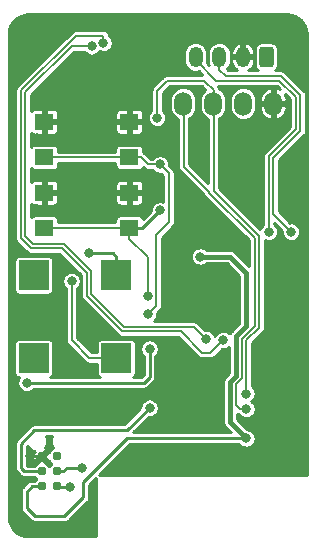
<source format=gbr>
G04 #@! TF.GenerationSoftware,KiCad,Pcbnew,(5.1.5)-3*
G04 #@! TF.CreationDate,2021-08-13T12:39:49-07:00*
G04 #@! TF.ProjectId,Freesk8-Robogotchi-v1.5,46726565-736b-4382-9d52-6f626f676f74,rev?*
G04 #@! TF.SameCoordinates,Original*
G04 #@! TF.FileFunction,Copper,L2,Bot*
G04 #@! TF.FilePolarity,Positive*
%FSLAX46Y46*%
G04 Gerber Fmt 4.6, Leading zero omitted, Abs format (unit mm)*
G04 Created by KiCad (PCBNEW (5.1.5)-3) date 2021-08-13 12:39:49*
%MOMM*%
%LPD*%
G04 APERTURE LIST*
%ADD10O,1.500000X2.000000*%
%ADD11C,0.787000*%
%ADD12R,1.600000X1.400000*%
%ADD13O,1.200000X1.750000*%
%ADD14C,0.100000*%
%ADD15R,2.500000X2.500000*%
%ADD16C,0.800000*%
%ADD17C,0.250000*%
%ADD18C,0.400000*%
%ADD19C,0.200000*%
%ADD20C,0.254000*%
G04 APERTURE END LIST*
D10*
X141040000Y-89050000D03*
X143580000Y-89050000D03*
X146120000Y-89050000D03*
X148660000Y-89050000D03*
D11*
X130335000Y-118930000D03*
X129065000Y-118930000D03*
X130335000Y-120200000D03*
X129065000Y-120200000D03*
X130335000Y-121470000D03*
X129065000Y-121470000D03*
D12*
X136500000Y-99600000D03*
X129300000Y-99600000D03*
X136500000Y-96600000D03*
X129300000Y-96600000D03*
D13*
X142100000Y-85100000D03*
X144100000Y-85100000D03*
X146100000Y-85100000D03*
G04 #@! TA.AperFunction,ComponentPad*
D14*
G36*
X148474505Y-84226204D02*
G01*
X148498773Y-84229804D01*
X148522572Y-84235765D01*
X148545671Y-84244030D01*
X148567850Y-84254520D01*
X148588893Y-84267132D01*
X148608599Y-84281747D01*
X148626777Y-84298223D01*
X148643253Y-84316401D01*
X148657868Y-84336107D01*
X148670480Y-84357150D01*
X148680970Y-84379329D01*
X148689235Y-84402428D01*
X148695196Y-84426227D01*
X148698796Y-84450495D01*
X148700000Y-84474999D01*
X148700000Y-85725001D01*
X148698796Y-85749505D01*
X148695196Y-85773773D01*
X148689235Y-85797572D01*
X148680970Y-85820671D01*
X148670480Y-85842850D01*
X148657868Y-85863893D01*
X148643253Y-85883599D01*
X148626777Y-85901777D01*
X148608599Y-85918253D01*
X148588893Y-85932868D01*
X148567850Y-85945480D01*
X148545671Y-85955970D01*
X148522572Y-85964235D01*
X148498773Y-85970196D01*
X148474505Y-85973796D01*
X148450001Y-85975000D01*
X147749999Y-85975000D01*
X147725495Y-85973796D01*
X147701227Y-85970196D01*
X147677428Y-85964235D01*
X147654329Y-85955970D01*
X147632150Y-85945480D01*
X147611107Y-85932868D01*
X147591401Y-85918253D01*
X147573223Y-85901777D01*
X147556747Y-85883599D01*
X147542132Y-85863893D01*
X147529520Y-85842850D01*
X147519030Y-85820671D01*
X147510765Y-85797572D01*
X147504804Y-85773773D01*
X147501204Y-85749505D01*
X147500000Y-85725001D01*
X147500000Y-84474999D01*
X147501204Y-84450495D01*
X147504804Y-84426227D01*
X147510765Y-84402428D01*
X147519030Y-84379329D01*
X147529520Y-84357150D01*
X147542132Y-84336107D01*
X147556747Y-84316401D01*
X147573223Y-84298223D01*
X147591401Y-84281747D01*
X147611107Y-84267132D01*
X147632150Y-84254520D01*
X147654329Y-84244030D01*
X147677428Y-84235765D01*
X147701227Y-84229804D01*
X147725495Y-84226204D01*
X147749999Y-84225000D01*
X148450001Y-84225000D01*
X148474505Y-84226204D01*
G37*
G04 #@! TD.AperFunction*
D15*
X135400000Y-110600000D03*
X128400000Y-110600000D03*
X128400000Y-103600000D03*
X135400000Y-103600000D03*
D12*
X136500000Y-93600000D03*
X129300000Y-93600000D03*
X136500000Y-90600000D03*
X129300000Y-90600000D03*
D16*
X132600000Y-114300000D03*
X130400000Y-104500000D03*
X132350000Y-92350000D03*
X131300000Y-98100000D03*
X140800000Y-101300000D03*
X142100000Y-112700000D03*
X128100000Y-118900000D03*
X126800000Y-116300000D03*
X127400000Y-124700000D03*
X132500000Y-124800000D03*
X146900000Y-118600000D03*
X151100000Y-118700000D03*
X149100000Y-119700000D03*
X149000000Y-106100000D03*
X150100000Y-106100000D03*
X146400000Y-96700000D03*
X133700000Y-90200000D03*
X128700000Y-92000000D03*
X128700000Y-98000000D03*
X150300000Y-82900000D03*
X138900000Y-85200000D03*
X142100000Y-119600000D03*
X142500000Y-94200000D03*
X140800000Y-99600000D03*
X138200000Y-91800000D03*
X139600000Y-91800000D03*
X151000000Y-101900000D03*
X133100000Y-101700000D03*
X146400000Y-117400000D03*
X142500000Y-102000000D03*
X146400000Y-114900000D03*
X146400000Y-113600000D03*
X138850000Y-90250000D03*
X138050000Y-105350000D03*
X139100000Y-98100000D03*
X144450000Y-109050000D03*
X134300000Y-83900000D03*
X143000000Y-109000000D03*
X133300000Y-84200000D03*
X138200000Y-114800000D03*
X132500000Y-119900000D03*
X131500000Y-121500000D03*
X138050000Y-106900000D03*
X139100000Y-94200000D03*
X127800000Y-112700000D03*
X138200000Y-109800000D03*
X131600000Y-104100000D03*
X148300000Y-99900000D03*
X150200000Y-99900000D03*
D17*
X129035000Y-118900000D02*
X129065000Y-118930000D01*
X128100000Y-118900000D02*
X129035000Y-118900000D01*
X133100000Y-101700000D02*
X135100000Y-101700000D01*
X135400000Y-102000000D02*
X135400000Y-103600000D01*
X135100000Y-101700000D02*
X135400000Y-102000000D01*
X127800000Y-121900000D02*
X128230000Y-121470000D01*
X131000000Y-124000000D02*
X128500000Y-124000000D01*
X132600000Y-122400000D02*
X131000000Y-124000000D01*
X128500000Y-124000000D02*
X127800000Y-123300000D01*
X128230000Y-121470000D02*
X129065000Y-121470000D01*
X132600000Y-121100000D02*
X132600000Y-122400000D01*
X127800000Y-123300000D02*
X127800000Y-121900000D01*
X146400000Y-117400000D02*
X136300000Y-117400000D01*
X136300000Y-117400000D02*
X132600000Y-121100000D01*
D18*
X142500000Y-102000000D02*
X145000000Y-102000000D01*
X145000000Y-102000000D02*
X146400000Y-103400000D01*
X146400000Y-107889972D02*
X145544380Y-108745591D01*
X146400000Y-103400000D02*
X146400000Y-107889972D01*
X145022190Y-116022190D02*
X146000001Y-117000001D01*
X145022190Y-112602085D02*
X145022190Y-116022190D01*
X146000001Y-117000001D02*
X146400000Y-117400000D01*
X145544380Y-112079896D02*
X145022190Y-112602085D01*
X145544380Y-108745591D02*
X145544380Y-112079896D01*
D19*
X145500000Y-114565685D02*
X145834315Y-114900000D01*
X145500000Y-112800000D02*
X145500000Y-114565685D01*
X147100000Y-107865696D02*
X146022190Y-108943506D01*
X143252191Y-96552191D02*
X143252191Y-96586495D01*
X145834315Y-114900000D02*
X146400000Y-114900000D01*
X146022190Y-108943506D02*
X146022190Y-112277810D01*
X141090000Y-89100000D02*
X141090000Y-94390000D01*
X146022190Y-112277810D02*
X145500000Y-112800000D01*
X141090000Y-94390000D02*
X143252191Y-96552191D01*
X143252191Y-96586495D02*
X147100000Y-100434304D01*
X147100000Y-100434304D02*
X147100000Y-107865696D01*
X143630000Y-96430000D02*
X143630000Y-89100000D01*
X147477801Y-100277801D02*
X143630000Y-96430000D01*
X147477801Y-108022199D02*
X147477801Y-100277801D01*
X146400000Y-113600000D02*
X146400000Y-109100000D01*
X146400000Y-109100000D02*
X147477801Y-108022199D01*
X138850000Y-90250000D02*
X138850000Y-87950000D01*
X138850000Y-87950000D02*
X139700000Y-87100000D01*
X143630000Y-87900000D02*
X143630000Y-89100000D01*
X142830000Y-87100000D02*
X143630000Y-87900000D01*
X139700000Y-87100000D02*
X142830000Y-87100000D01*
X129300000Y-99600000D02*
X136500000Y-99600000D01*
X138050000Y-104784315D02*
X138050000Y-105350000D01*
X138050000Y-102050000D02*
X138050000Y-104784315D01*
X136500000Y-100500000D02*
X138050000Y-102050000D01*
X136500000Y-99600000D02*
X136500000Y-100500000D01*
D17*
X137600000Y-99600000D02*
X136500000Y-99600000D01*
X139100000Y-98100000D02*
X137600000Y-99600000D01*
D19*
X134300000Y-83300000D02*
X134300000Y-83900000D01*
X131962012Y-83300000D02*
X134300000Y-83300000D01*
X140843506Y-108327810D02*
X135893506Y-108327810D01*
X142665696Y-110150000D02*
X140843506Y-108327810D01*
X128165696Y-101300000D02*
X127322191Y-100456495D01*
X144450000Y-109050000D02*
X143350000Y-110150000D01*
X135893506Y-108327810D02*
X132872190Y-105306494D01*
X143350000Y-110150000D02*
X142665696Y-110150000D01*
X132872190Y-105306494D02*
X132872190Y-103406494D01*
X132872190Y-103406494D02*
X130765696Y-101300000D01*
X127322191Y-100456495D02*
X127322190Y-87939822D01*
X130765696Y-101300000D02*
X128165696Y-101300000D01*
X127322190Y-87939822D02*
X131962012Y-83300000D01*
X143000000Y-109000000D02*
X141950000Y-107950000D01*
X141950000Y-107950000D02*
X136050000Y-107950000D01*
X133250000Y-105150000D02*
X133250000Y-103250000D01*
X136050000Y-107950000D02*
X133250000Y-105150000D01*
X133250000Y-103250000D02*
X130922190Y-100922190D01*
X130922190Y-100922190D02*
X128322190Y-100922190D01*
X128322190Y-100922190D02*
X127699999Y-100299999D01*
X127699999Y-100299999D02*
X127699999Y-96100001D01*
X127699999Y-96100001D02*
X127699999Y-88300001D01*
X127699999Y-88096317D02*
X131596316Y-84200000D01*
X127699999Y-88300001D02*
X127699999Y-88096317D01*
X131596316Y-84200000D02*
X133300000Y-84200000D01*
D17*
X127600000Y-120200000D02*
X129065000Y-120200000D01*
X136280000Y-116720000D02*
X128442514Y-116720000D01*
X138200000Y-114800000D02*
X136280000Y-116720000D01*
X128442514Y-116720000D02*
X127300000Y-117862514D01*
X127300000Y-117862514D02*
X127300000Y-119900000D01*
X127300000Y-119900000D02*
X127600000Y-120200000D01*
X130891493Y-120200000D02*
X131191493Y-119900000D01*
X130335000Y-120200000D02*
X130891493Y-120200000D01*
X131191493Y-119900000D02*
X132500000Y-119900000D01*
X130365000Y-121500000D02*
X130335000Y-121470000D01*
X131500000Y-121500000D02*
X130365000Y-121500000D01*
D19*
X135500000Y-93600000D02*
X129300000Y-93600000D01*
X136500000Y-93600000D02*
X135500000Y-93600000D01*
X137500000Y-93600000D02*
X136500000Y-93600000D01*
X137950000Y-94050000D02*
X137500000Y-93600000D01*
X138100000Y-94200000D02*
X139100000Y-94200000D01*
X137950000Y-94050000D02*
X138100000Y-94200000D01*
X139850000Y-94950000D02*
X139100000Y-94200000D01*
X139850000Y-99100000D02*
X139850000Y-94950000D01*
X138750000Y-100200000D02*
X139850000Y-99100000D01*
X138050000Y-106900000D02*
X138750000Y-106200000D01*
X138750000Y-106200000D02*
X138750000Y-100200000D01*
D17*
X127800000Y-112700000D02*
X137700000Y-112700000D01*
X137700000Y-112700000D02*
X138200000Y-112200000D01*
X138200000Y-112200000D02*
X138200000Y-109800000D01*
D19*
X133100000Y-110600000D02*
X135400000Y-110600000D01*
X131600000Y-104100000D02*
X131600000Y-109100000D01*
X131600000Y-109100000D02*
X133100000Y-110600000D01*
X143825000Y-87100000D02*
X142100000Y-85375000D01*
X148300000Y-99900000D02*
X148300000Y-93500000D01*
X149200000Y-87100000D02*
X143825000Y-87100000D01*
X142100000Y-85375000D02*
X142100000Y-85100000D01*
X148300000Y-93500000D02*
X150600000Y-91200000D01*
X150600000Y-91200000D02*
X150600000Y-88500000D01*
X150600000Y-88500000D02*
X149200000Y-87100000D01*
X144100000Y-86175000D02*
X144647190Y-86722190D01*
X144100000Y-85100000D02*
X144100000Y-86175000D01*
X149356495Y-86722191D02*
X150977810Y-88343506D01*
X144647190Y-86722190D02*
X149356495Y-86722191D01*
X150977810Y-88343506D02*
X150977809Y-91356495D01*
X150977809Y-91356495D02*
X148677810Y-93656494D01*
X148677810Y-93656494D02*
X148677810Y-98377810D01*
X148677810Y-98377810D02*
X150200000Y-99900000D01*
D20*
G36*
X150209229Y-81538267D02*
G01*
X150506688Y-81628075D01*
X150781028Y-81773945D01*
X151021813Y-81970325D01*
X151219873Y-82209736D01*
X151367654Y-82483053D01*
X151459535Y-82779872D01*
X151494000Y-83107782D01*
X151494001Y-120473000D01*
X133942591Y-120473000D01*
X136509592Y-117906000D01*
X145801499Y-117906000D01*
X145902141Y-118006642D01*
X146030058Y-118092113D01*
X146172191Y-118150987D01*
X146323078Y-118181000D01*
X146476922Y-118181000D01*
X146627809Y-118150987D01*
X146769942Y-118092113D01*
X146897859Y-118006642D01*
X147006642Y-117897859D01*
X147092113Y-117769942D01*
X147150987Y-117627809D01*
X147181000Y-117476922D01*
X147181000Y-117323078D01*
X147150987Y-117172191D01*
X147092113Y-117030058D01*
X147006642Y-116902141D01*
X146897859Y-116793358D01*
X146769942Y-116707887D01*
X146627809Y-116649013D01*
X146476922Y-116619000D01*
X146440657Y-116619000D01*
X146431015Y-116609358D01*
X146431011Y-116609353D01*
X145603190Y-115781533D01*
X145603190Y-115321861D01*
X145649354Y-115346536D01*
X145712518Y-115365696D01*
X145740022Y-115374040D01*
X145780079Y-115377985D01*
X145793358Y-115397859D01*
X145902141Y-115506642D01*
X146030058Y-115592113D01*
X146172191Y-115650987D01*
X146323078Y-115681000D01*
X146476922Y-115681000D01*
X146627809Y-115650987D01*
X146769942Y-115592113D01*
X146897859Y-115506642D01*
X147006642Y-115397859D01*
X147092113Y-115269942D01*
X147150987Y-115127809D01*
X147181000Y-114976922D01*
X147181000Y-114823078D01*
X147150987Y-114672191D01*
X147092113Y-114530058D01*
X147006642Y-114402141D01*
X146897859Y-114293358D01*
X146832969Y-114250000D01*
X146897859Y-114206642D01*
X147006642Y-114097859D01*
X147092113Y-113969942D01*
X147150987Y-113827809D01*
X147181000Y-113676922D01*
X147181000Y-113523078D01*
X147150987Y-113372191D01*
X147092113Y-113230058D01*
X147006642Y-113102141D01*
X146897859Y-112993358D01*
X146881000Y-112982093D01*
X146881000Y-109299236D01*
X147801213Y-108379024D01*
X147819565Y-108363963D01*
X147879673Y-108290721D01*
X147924337Y-108207160D01*
X147951841Y-108116491D01*
X147958801Y-108045825D01*
X147958801Y-108045824D01*
X147961128Y-108022199D01*
X147958801Y-107998573D01*
X147958801Y-100604019D01*
X148072191Y-100650987D01*
X148223078Y-100681000D01*
X148376922Y-100681000D01*
X148527809Y-100650987D01*
X148669942Y-100592113D01*
X148797859Y-100506642D01*
X148906642Y-100397859D01*
X148992113Y-100269942D01*
X149050987Y-100127809D01*
X149081000Y-99976922D01*
X149081000Y-99823078D01*
X149050987Y-99672191D01*
X148992113Y-99530058D01*
X148906642Y-99402141D01*
X148797859Y-99293358D01*
X148781000Y-99282093D01*
X148781000Y-99161236D01*
X149422955Y-99803192D01*
X149419000Y-99823078D01*
X149419000Y-99976922D01*
X149449013Y-100127809D01*
X149507887Y-100269942D01*
X149593358Y-100397859D01*
X149702141Y-100506642D01*
X149830058Y-100592113D01*
X149972191Y-100650987D01*
X150123078Y-100681000D01*
X150276922Y-100681000D01*
X150427809Y-100650987D01*
X150569942Y-100592113D01*
X150697859Y-100506642D01*
X150806642Y-100397859D01*
X150892113Y-100269942D01*
X150950987Y-100127809D01*
X150981000Y-99976922D01*
X150981000Y-99823078D01*
X150950987Y-99672191D01*
X150892113Y-99530058D01*
X150806642Y-99402141D01*
X150697859Y-99293358D01*
X150569942Y-99207887D01*
X150427809Y-99149013D01*
X150276922Y-99119000D01*
X150123078Y-99119000D01*
X150103192Y-99122955D01*
X149158810Y-98178574D01*
X149158810Y-93855730D01*
X151301225Y-91713316D01*
X151319572Y-91698259D01*
X151334629Y-91679912D01*
X151334633Y-91679908D01*
X151379680Y-91625018D01*
X151424344Y-91541457D01*
X151451849Y-91450788D01*
X151461136Y-91356495D01*
X151458808Y-91332859D01*
X151458810Y-88367133D01*
X151461137Y-88343506D01*
X151451850Y-88249213D01*
X151424346Y-88158544D01*
X151379681Y-88074983D01*
X151334634Y-88020093D01*
X151334631Y-88020090D01*
X151319574Y-88001743D01*
X151301227Y-87986686D01*
X149713318Y-86398778D01*
X149698259Y-86380428D01*
X149625017Y-86320320D01*
X149541456Y-86275656D01*
X149520477Y-86269292D01*
X149450787Y-86248151D01*
X149356495Y-86238864D01*
X149332859Y-86241192D01*
X148813772Y-86241192D01*
X148897488Y-86172488D01*
X148976190Y-86076589D01*
X149034671Y-85967179D01*
X149070683Y-85848462D01*
X149082843Y-85725001D01*
X149082843Y-84474999D01*
X149070683Y-84351538D01*
X149034671Y-84232821D01*
X148976190Y-84123411D01*
X148897488Y-84027512D01*
X148801589Y-83948810D01*
X148692179Y-83890329D01*
X148573462Y-83854317D01*
X148450001Y-83842157D01*
X147749999Y-83842157D01*
X147626538Y-83854317D01*
X147507821Y-83890329D01*
X147398411Y-83948810D01*
X147302512Y-84027512D01*
X147223810Y-84123411D01*
X147165329Y-84232821D01*
X147129317Y-84351538D01*
X147117157Y-84474999D01*
X147117157Y-85725001D01*
X147129317Y-85848462D01*
X147165329Y-85967179D01*
X147223810Y-86076589D01*
X147302512Y-86172488D01*
X147386227Y-86241191D01*
X146571487Y-86241191D01*
X146703869Y-86158474D01*
X146845114Y-86025611D01*
X146957725Y-85867745D01*
X147037374Y-85690943D01*
X147081000Y-85502000D01*
X147081000Y-85227000D01*
X146227000Y-85227000D01*
X146227000Y-85247000D01*
X145973000Y-85247000D01*
X145973000Y-85227000D01*
X145119000Y-85227000D01*
X145119000Y-85502000D01*
X145162626Y-85690943D01*
X145242275Y-85867745D01*
X145354886Y-86025611D01*
X145496131Y-86158474D01*
X145628512Y-86241190D01*
X144846426Y-86241190D01*
X144731248Y-86126012D01*
X144797028Y-86072028D01*
X144919618Y-85922651D01*
X145010711Y-85752229D01*
X145066805Y-85567310D01*
X145081000Y-85423187D01*
X145081000Y-84776814D01*
X145073238Y-84698000D01*
X145119000Y-84698000D01*
X145119000Y-84973000D01*
X145973000Y-84973000D01*
X145973000Y-83948402D01*
X146227000Y-83948402D01*
X146227000Y-84973000D01*
X147081000Y-84973000D01*
X147081000Y-84698000D01*
X147037374Y-84509057D01*
X146957725Y-84332255D01*
X146845114Y-84174389D01*
X146703869Y-84041526D01*
X146539418Y-83938771D01*
X146377607Y-83884098D01*
X146227000Y-83948402D01*
X145973000Y-83948402D01*
X145822393Y-83884098D01*
X145660582Y-83938771D01*
X145496131Y-84041526D01*
X145354886Y-84174389D01*
X145242275Y-84332255D01*
X145162626Y-84509057D01*
X145119000Y-84698000D01*
X145073238Y-84698000D01*
X145066805Y-84632691D01*
X145010711Y-84447771D01*
X144919618Y-84277349D01*
X144797028Y-84127972D01*
X144647651Y-84005382D01*
X144477229Y-83914289D01*
X144292310Y-83858195D01*
X144100000Y-83839254D01*
X143907691Y-83858195D01*
X143722772Y-83914289D01*
X143552350Y-84005382D01*
X143402973Y-84127972D01*
X143280383Y-84277349D01*
X143189289Y-84447771D01*
X143133195Y-84632690D01*
X143119000Y-84776813D01*
X143119000Y-85423186D01*
X143133195Y-85567309D01*
X143189289Y-85752228D01*
X143225832Y-85820596D01*
X143044867Y-85639631D01*
X143066805Y-85567310D01*
X143081000Y-85423187D01*
X143081000Y-84776814D01*
X143066805Y-84632691D01*
X143010711Y-84447771D01*
X142919618Y-84277349D01*
X142797028Y-84127972D01*
X142647651Y-84005382D01*
X142477229Y-83914289D01*
X142292310Y-83858195D01*
X142100000Y-83839254D01*
X141907691Y-83858195D01*
X141722772Y-83914289D01*
X141552350Y-84005382D01*
X141402973Y-84127972D01*
X141280383Y-84277349D01*
X141189289Y-84447771D01*
X141133195Y-84632690D01*
X141119000Y-84776813D01*
X141119000Y-85423186D01*
X141133195Y-85567309D01*
X141189289Y-85752228D01*
X141280382Y-85922651D01*
X141402972Y-86072028D01*
X141552349Y-86194618D01*
X141722771Y-86285711D01*
X141907690Y-86341805D01*
X142100000Y-86360746D01*
X142292309Y-86341805D01*
X142364630Y-86319867D01*
X142663763Y-86619000D01*
X139723627Y-86619000D01*
X139700000Y-86616673D01*
X139605707Y-86625960D01*
X139515038Y-86653464D01*
X139470374Y-86677338D01*
X139431478Y-86698128D01*
X139358236Y-86758236D01*
X139343170Y-86776594D01*
X138526589Y-87593175D01*
X138508237Y-87608236D01*
X138493176Y-87626588D01*
X138448129Y-87681478D01*
X138403465Y-87765039D01*
X138375960Y-87855708D01*
X138366673Y-87950000D01*
X138369001Y-87973636D01*
X138369000Y-89632093D01*
X138352141Y-89643358D01*
X138243358Y-89752141D01*
X138157887Y-89880058D01*
X138099013Y-90022191D01*
X138069000Y-90173078D01*
X138069000Y-90326922D01*
X138099013Y-90477809D01*
X138157887Y-90619942D01*
X138243358Y-90747859D01*
X138352141Y-90856642D01*
X138480058Y-90942113D01*
X138622191Y-91000987D01*
X138773078Y-91031000D01*
X138926922Y-91031000D01*
X139077809Y-91000987D01*
X139219942Y-90942113D01*
X139347859Y-90856642D01*
X139456642Y-90747859D01*
X139542113Y-90619942D01*
X139600987Y-90477809D01*
X139631000Y-90326922D01*
X139631000Y-90173078D01*
X139600987Y-90022191D01*
X139542113Y-89880058D01*
X139456642Y-89752141D01*
X139347859Y-89643358D01*
X139331000Y-89632093D01*
X139331000Y-88149236D01*
X139899236Y-87581000D01*
X142630764Y-87581000D01*
X142924560Y-87874796D01*
X142776394Y-87996393D01*
X142635059Y-88168610D01*
X142530037Y-88365091D01*
X142465365Y-88578285D01*
X142449000Y-88744442D01*
X142449000Y-89355557D01*
X142465365Y-89521714D01*
X142530037Y-89734908D01*
X142635058Y-89931390D01*
X142776393Y-90103607D01*
X142948610Y-90244942D01*
X143145091Y-90349963D01*
X143149001Y-90351149D01*
X143149000Y-95768763D01*
X141571000Y-94190764D01*
X141571000Y-90298601D01*
X141671390Y-90244942D01*
X141843607Y-90103607D01*
X141984942Y-89931390D01*
X142089963Y-89734909D01*
X142154635Y-89521715D01*
X142171000Y-89355558D01*
X142171000Y-88744443D01*
X142154635Y-88578286D01*
X142089963Y-88365092D01*
X141984942Y-88168610D01*
X141843607Y-87996393D01*
X141671390Y-87855058D01*
X141474909Y-87750037D01*
X141261715Y-87685365D01*
X141040000Y-87663528D01*
X140818286Y-87685365D01*
X140605092Y-87750037D01*
X140408611Y-87855058D01*
X140236394Y-87996393D01*
X140095059Y-88168610D01*
X139990037Y-88365091D01*
X139925365Y-88578285D01*
X139909000Y-88744442D01*
X139909000Y-89355557D01*
X139925365Y-89521714D01*
X139990037Y-89734908D01*
X140095058Y-89931390D01*
X140236393Y-90103607D01*
X140408610Y-90244942D01*
X140605091Y-90349963D01*
X140609000Y-90351149D01*
X140609001Y-94366364D01*
X140606673Y-94390000D01*
X140615960Y-94484292D01*
X140642176Y-94570711D01*
X140643465Y-94574961D01*
X140688129Y-94658522D01*
X140748237Y-94731764D01*
X140766589Y-94746825D01*
X142822231Y-96802468D01*
X142850319Y-96855017D01*
X142910427Y-96928259D01*
X142928785Y-96943325D01*
X146619000Y-100633541D01*
X146619000Y-102797342D01*
X145431017Y-101609360D01*
X145412817Y-101587183D01*
X145324348Y-101514579D01*
X145223415Y-101460629D01*
X145113896Y-101427407D01*
X145028540Y-101419000D01*
X145000000Y-101416189D01*
X144971460Y-101419000D01*
X143023501Y-101419000D01*
X142997859Y-101393358D01*
X142869942Y-101307887D01*
X142727809Y-101249013D01*
X142576922Y-101219000D01*
X142423078Y-101219000D01*
X142272191Y-101249013D01*
X142130058Y-101307887D01*
X142002141Y-101393358D01*
X141893358Y-101502141D01*
X141807887Y-101630058D01*
X141749013Y-101772191D01*
X141719000Y-101923078D01*
X141719000Y-102076922D01*
X141749013Y-102227809D01*
X141807887Y-102369942D01*
X141893358Y-102497859D01*
X142002141Y-102606642D01*
X142130058Y-102692113D01*
X142272191Y-102750987D01*
X142423078Y-102781000D01*
X142576922Y-102781000D01*
X142727809Y-102750987D01*
X142869942Y-102692113D01*
X142997859Y-102606642D01*
X143023501Y-102581000D01*
X144759343Y-102581000D01*
X145819000Y-103640658D01*
X145819001Y-107649313D01*
X145153740Y-108314574D01*
X145131563Y-108332774D01*
X145058959Y-108421244D01*
X145015719Y-108502141D01*
X145012557Y-108508056D01*
X144947859Y-108443358D01*
X144819942Y-108357887D01*
X144677809Y-108299013D01*
X144526922Y-108269000D01*
X144373078Y-108269000D01*
X144222191Y-108299013D01*
X144080058Y-108357887D01*
X143952141Y-108443358D01*
X143843358Y-108552141D01*
X143757887Y-108680058D01*
X143735355Y-108734453D01*
X143692113Y-108630058D01*
X143606642Y-108502141D01*
X143497859Y-108393358D01*
X143369942Y-108307887D01*
X143227809Y-108249013D01*
X143076922Y-108219000D01*
X142923078Y-108219000D01*
X142903192Y-108222956D01*
X142306830Y-107626594D01*
X142291764Y-107608236D01*
X142218522Y-107548128D01*
X142134961Y-107503464D01*
X142044292Y-107475960D01*
X141973626Y-107469000D01*
X141950000Y-107466673D01*
X141926374Y-107469000D01*
X138585501Y-107469000D01*
X138656642Y-107397859D01*
X138742113Y-107269942D01*
X138800987Y-107127809D01*
X138831000Y-106976922D01*
X138831000Y-106823078D01*
X138827044Y-106803192D01*
X139073411Y-106556826D01*
X139091764Y-106541764D01*
X139151872Y-106468522D01*
X139196536Y-106384961D01*
X139224040Y-106294292D01*
X139231000Y-106223626D01*
X139231000Y-106223617D01*
X139233326Y-106200001D01*
X139231000Y-106176385D01*
X139231000Y-100399236D01*
X140173412Y-99456825D01*
X140191764Y-99441764D01*
X140251872Y-99368522D01*
X140296536Y-99284961D01*
X140319916Y-99207887D01*
X140324040Y-99194293D01*
X140333327Y-99100000D01*
X140331000Y-99076374D01*
X140331000Y-94973626D01*
X140333327Y-94949999D01*
X140324040Y-94855707D01*
X140309156Y-94806642D01*
X140296536Y-94765039D01*
X140251872Y-94681478D01*
X140191764Y-94608236D01*
X140173411Y-94593174D01*
X139877044Y-94296808D01*
X139881000Y-94276922D01*
X139881000Y-94123078D01*
X139850987Y-93972191D01*
X139792113Y-93830058D01*
X139706642Y-93702141D01*
X139597859Y-93593358D01*
X139469942Y-93507887D01*
X139327809Y-93449013D01*
X139176922Y-93419000D01*
X139023078Y-93419000D01*
X138872191Y-93449013D01*
X138730058Y-93507887D01*
X138602141Y-93593358D01*
X138493358Y-93702141D01*
X138482093Y-93719000D01*
X138299237Y-93719000D01*
X137856830Y-93276594D01*
X137841764Y-93258236D01*
X137768522Y-93198128D01*
X137684961Y-93153464D01*
X137682843Y-93152822D01*
X137682843Y-92900000D01*
X137675487Y-92825311D01*
X137653701Y-92753492D01*
X137618322Y-92687304D01*
X137570711Y-92629289D01*
X137512696Y-92581678D01*
X137446508Y-92546299D01*
X137374689Y-92524513D01*
X137300000Y-92517157D01*
X135700000Y-92517157D01*
X135625311Y-92524513D01*
X135553492Y-92546299D01*
X135487304Y-92581678D01*
X135429289Y-92629289D01*
X135381678Y-92687304D01*
X135346299Y-92753492D01*
X135324513Y-92825311D01*
X135317157Y-92900000D01*
X135317157Y-93119000D01*
X130482843Y-93119000D01*
X130482843Y-92900000D01*
X130475487Y-92825311D01*
X130453701Y-92753492D01*
X130418322Y-92687304D01*
X130370711Y-92629289D01*
X130312696Y-92581678D01*
X130246508Y-92546299D01*
X130174689Y-92524513D01*
X130100000Y-92517157D01*
X128500000Y-92517157D01*
X128425311Y-92524513D01*
X128353492Y-92546299D01*
X128287304Y-92581678D01*
X128229289Y-92629289D01*
X128181678Y-92687304D01*
X128180999Y-92688574D01*
X128180999Y-91511426D01*
X128181678Y-91512696D01*
X128229289Y-91570711D01*
X128287304Y-91618322D01*
X128353492Y-91653701D01*
X128425311Y-91675487D01*
X128500000Y-91682843D01*
X129077750Y-91681000D01*
X129173000Y-91585750D01*
X129173000Y-90727000D01*
X129427000Y-90727000D01*
X129427000Y-91585750D01*
X129522250Y-91681000D01*
X130100000Y-91682843D01*
X130174689Y-91675487D01*
X130246508Y-91653701D01*
X130312696Y-91618322D01*
X130370711Y-91570711D01*
X130418322Y-91512696D01*
X130453701Y-91446508D01*
X130475487Y-91374689D01*
X130482843Y-91300000D01*
X135317157Y-91300000D01*
X135324513Y-91374689D01*
X135346299Y-91446508D01*
X135381678Y-91512696D01*
X135429289Y-91570711D01*
X135487304Y-91618322D01*
X135553492Y-91653701D01*
X135625311Y-91675487D01*
X135700000Y-91682843D01*
X136277750Y-91681000D01*
X136373000Y-91585750D01*
X136373000Y-90727000D01*
X136627000Y-90727000D01*
X136627000Y-91585750D01*
X136722250Y-91681000D01*
X137300000Y-91682843D01*
X137374689Y-91675487D01*
X137446508Y-91653701D01*
X137512696Y-91618322D01*
X137570711Y-91570711D01*
X137618322Y-91512696D01*
X137653701Y-91446508D01*
X137675487Y-91374689D01*
X137682843Y-91300000D01*
X137681000Y-90822250D01*
X137585750Y-90727000D01*
X136627000Y-90727000D01*
X136373000Y-90727000D01*
X135414250Y-90727000D01*
X135319000Y-90822250D01*
X135317157Y-91300000D01*
X130482843Y-91300000D01*
X130481000Y-90822250D01*
X130385750Y-90727000D01*
X129427000Y-90727000D01*
X129173000Y-90727000D01*
X129153000Y-90727000D01*
X129153000Y-90473000D01*
X129173000Y-90473000D01*
X129173000Y-89614250D01*
X129427000Y-89614250D01*
X129427000Y-90473000D01*
X130385750Y-90473000D01*
X130481000Y-90377750D01*
X130482843Y-89900000D01*
X135317157Y-89900000D01*
X135319000Y-90377750D01*
X135414250Y-90473000D01*
X136373000Y-90473000D01*
X136373000Y-89614250D01*
X136627000Y-89614250D01*
X136627000Y-90473000D01*
X137585750Y-90473000D01*
X137681000Y-90377750D01*
X137682843Y-89900000D01*
X137675487Y-89825311D01*
X137653701Y-89753492D01*
X137618322Y-89687304D01*
X137570711Y-89629289D01*
X137512696Y-89581678D01*
X137446508Y-89546299D01*
X137374689Y-89524513D01*
X137300000Y-89517157D01*
X136722250Y-89519000D01*
X136627000Y-89614250D01*
X136373000Y-89614250D01*
X136277750Y-89519000D01*
X135700000Y-89517157D01*
X135625311Y-89524513D01*
X135553492Y-89546299D01*
X135487304Y-89581678D01*
X135429289Y-89629289D01*
X135381678Y-89687304D01*
X135346299Y-89753492D01*
X135324513Y-89825311D01*
X135317157Y-89900000D01*
X130482843Y-89900000D01*
X130475487Y-89825311D01*
X130453701Y-89753492D01*
X130418322Y-89687304D01*
X130370711Y-89629289D01*
X130312696Y-89581678D01*
X130246508Y-89546299D01*
X130174689Y-89524513D01*
X130100000Y-89517157D01*
X129522250Y-89519000D01*
X129427000Y-89614250D01*
X129173000Y-89614250D01*
X129077750Y-89519000D01*
X128500000Y-89517157D01*
X128425311Y-89524513D01*
X128353492Y-89546299D01*
X128287304Y-89581678D01*
X128229289Y-89629289D01*
X128181678Y-89687304D01*
X128180999Y-89688574D01*
X128180999Y-88295553D01*
X131795553Y-84681000D01*
X132682093Y-84681000D01*
X132693358Y-84697859D01*
X132802141Y-84806642D01*
X132930058Y-84892113D01*
X133072191Y-84950987D01*
X133223078Y-84981000D01*
X133376922Y-84981000D01*
X133527809Y-84950987D01*
X133669942Y-84892113D01*
X133797859Y-84806642D01*
X133906642Y-84697859D01*
X133967058Y-84607439D01*
X134072191Y-84650987D01*
X134223078Y-84681000D01*
X134376922Y-84681000D01*
X134527809Y-84650987D01*
X134669942Y-84592113D01*
X134797859Y-84506642D01*
X134906642Y-84397859D01*
X134992113Y-84269942D01*
X135050987Y-84127809D01*
X135081000Y-83976922D01*
X135081000Y-83823078D01*
X135050987Y-83672191D01*
X134992113Y-83530058D01*
X134906642Y-83402141D01*
X134797859Y-83293358D01*
X134781603Y-83282496D01*
X134774040Y-83205708D01*
X134746536Y-83115039D01*
X134701872Y-83031478D01*
X134641764Y-82958236D01*
X134568522Y-82898128D01*
X134484961Y-82853464D01*
X134394292Y-82825960D01*
X134323626Y-82819000D01*
X134300000Y-82816673D01*
X134276374Y-82819000D01*
X131985638Y-82819000D01*
X131962011Y-82816673D01*
X131867719Y-82825960D01*
X131840250Y-82834293D01*
X131777051Y-82853464D01*
X131693490Y-82898128D01*
X131620248Y-82958236D01*
X131605187Y-82976588D01*
X126998778Y-87582998D01*
X126980426Y-87598059D01*
X126920318Y-87671301D01*
X126875654Y-87754862D01*
X126860230Y-87805708D01*
X126848150Y-87845530D01*
X126838863Y-87939822D01*
X126841190Y-87963448D01*
X126841192Y-100432859D01*
X126838864Y-100456495D01*
X126848151Y-100550787D01*
X126863648Y-100601871D01*
X126875656Y-100641456D01*
X126920320Y-100725017D01*
X126980428Y-100798259D01*
X126998780Y-100813320D01*
X127808871Y-101623411D01*
X127823932Y-101641764D01*
X127897174Y-101701872D01*
X127980735Y-101746536D01*
X128071404Y-101774040D01*
X128142070Y-101781000D01*
X128142071Y-101781000D01*
X128165695Y-101783327D01*
X128189319Y-101781000D01*
X130566460Y-101781000D01*
X132391191Y-103605732D01*
X132391190Y-105282867D01*
X132388863Y-105306494D01*
X132391190Y-105330119D01*
X132398150Y-105400785D01*
X132425654Y-105491454D01*
X132470318Y-105575016D01*
X132530426Y-105648258D01*
X132548784Y-105663324D01*
X135536681Y-108651222D01*
X135551742Y-108669574D01*
X135624984Y-108729682D01*
X135708545Y-108774346D01*
X135771709Y-108793506D01*
X135799213Y-108801850D01*
X135893505Y-108811137D01*
X135917132Y-108808810D01*
X140644270Y-108808810D01*
X142308871Y-110473412D01*
X142323932Y-110491764D01*
X142397174Y-110551872D01*
X142480735Y-110596536D01*
X142543899Y-110615696D01*
X142571403Y-110624040D01*
X142665696Y-110633327D01*
X142689322Y-110631000D01*
X143326374Y-110631000D01*
X143350000Y-110633327D01*
X143373626Y-110631000D01*
X143444292Y-110624040D01*
X143534961Y-110596536D01*
X143618522Y-110551872D01*
X143691764Y-110491764D01*
X143706830Y-110473406D01*
X144353192Y-109827044D01*
X144373078Y-109831000D01*
X144526922Y-109831000D01*
X144677809Y-109800987D01*
X144819942Y-109742113D01*
X144947859Y-109656642D01*
X144963380Y-109641121D01*
X144963381Y-111839237D01*
X144631550Y-112171068D01*
X144609373Y-112189268D01*
X144536769Y-112277738D01*
X144482819Y-112378671D01*
X144471034Y-112417521D01*
X144449597Y-112488189D01*
X144438379Y-112602085D01*
X144441190Y-112630625D01*
X144441191Y-115993640D01*
X144438379Y-116022190D01*
X144449597Y-116136085D01*
X144482819Y-116245604D01*
X144535750Y-116344630D01*
X144536770Y-116346538D01*
X144609374Y-116435007D01*
X144631545Y-116453202D01*
X145072343Y-116894000D01*
X136821591Y-116894000D01*
X138134592Y-115581000D01*
X138276922Y-115581000D01*
X138427809Y-115550987D01*
X138569942Y-115492113D01*
X138697859Y-115406642D01*
X138806642Y-115297859D01*
X138892113Y-115169942D01*
X138950987Y-115027809D01*
X138981000Y-114876922D01*
X138981000Y-114723078D01*
X138950987Y-114572191D01*
X138892113Y-114430058D01*
X138806642Y-114302141D01*
X138697859Y-114193358D01*
X138569942Y-114107887D01*
X138427809Y-114049013D01*
X138276922Y-114019000D01*
X138123078Y-114019000D01*
X137972191Y-114049013D01*
X137830058Y-114107887D01*
X137702141Y-114193358D01*
X137593358Y-114302141D01*
X137507887Y-114430058D01*
X137449013Y-114572191D01*
X137419000Y-114723078D01*
X137419000Y-114865408D01*
X136070409Y-116214000D01*
X128467368Y-116214000D01*
X128442514Y-116211552D01*
X128417660Y-116214000D01*
X128343321Y-116221322D01*
X128247939Y-116250255D01*
X128160035Y-116297241D01*
X128082987Y-116360473D01*
X128067143Y-116379779D01*
X126959785Y-117487138D01*
X126940473Y-117502987D01*
X126877241Y-117580035D01*
X126830255Y-117667940D01*
X126801322Y-117763322D01*
X126794000Y-117837661D01*
X126794000Y-117837668D01*
X126791553Y-117862514D01*
X126794000Y-117887360D01*
X126794001Y-119875144D01*
X126791553Y-119900000D01*
X126801322Y-119999192D01*
X126830255Y-120094574D01*
X126845833Y-120123718D01*
X126877242Y-120182479D01*
X126940474Y-120259527D01*
X126959781Y-120275372D01*
X127224624Y-120540215D01*
X127240473Y-120559527D01*
X127317521Y-120622759D01*
X127405425Y-120669745D01*
X127500807Y-120698678D01*
X127575146Y-120706000D01*
X127575153Y-120706000D01*
X127599999Y-120708447D01*
X127624845Y-120706000D01*
X128475692Y-120706000D01*
X128571285Y-120801593D01*
X128621282Y-120835000D01*
X128571285Y-120868407D01*
X128475692Y-120964000D01*
X128254854Y-120964000D01*
X128230000Y-120961552D01*
X128205146Y-120964000D01*
X128130807Y-120971322D01*
X128035425Y-121000255D01*
X127947521Y-121047241D01*
X127870473Y-121110473D01*
X127854628Y-121129780D01*
X127459780Y-121524629D01*
X127440474Y-121540473D01*
X127377242Y-121617521D01*
X127352127Y-121664508D01*
X127330255Y-121705426D01*
X127301322Y-121800808D01*
X127291553Y-121900000D01*
X127294001Y-121924856D01*
X127294000Y-123275153D01*
X127291553Y-123300000D01*
X127294000Y-123324846D01*
X127294000Y-123324853D01*
X127301322Y-123399192D01*
X127330255Y-123494574D01*
X127377241Y-123582479D01*
X127440473Y-123659527D01*
X127459785Y-123675376D01*
X128124628Y-124340220D01*
X128140473Y-124359527D01*
X128217521Y-124422759D01*
X128305425Y-124469745D01*
X128378607Y-124491944D01*
X128400806Y-124498678D01*
X128410694Y-124499652D01*
X128475146Y-124506000D01*
X128475153Y-124506000D01*
X128499999Y-124508447D01*
X128524845Y-124506000D01*
X130975154Y-124506000D01*
X131000000Y-124508447D01*
X131024846Y-124506000D01*
X131024854Y-124506000D01*
X131099193Y-124498678D01*
X131194575Y-124469745D01*
X131282479Y-124422759D01*
X131359527Y-124359527D01*
X131375376Y-124340215D01*
X132940220Y-122775372D01*
X132959527Y-122759527D01*
X133022759Y-122682479D01*
X133069745Y-122594575D01*
X133098678Y-122499193D01*
X133106000Y-122424854D01*
X133108448Y-122400000D01*
X133106000Y-122375146D01*
X133106000Y-121309591D01*
X133673000Y-120742591D01*
X133673000Y-125694000D01*
X127919854Y-125694000D01*
X127590770Y-125661733D01*
X127293316Y-125571926D01*
X127018975Y-125426056D01*
X126778187Y-125229675D01*
X126580129Y-124990265D01*
X126432346Y-124716948D01*
X126340465Y-124420128D01*
X126306000Y-124092218D01*
X126306000Y-109350000D01*
X126767157Y-109350000D01*
X126767157Y-111850000D01*
X126774513Y-111924689D01*
X126796299Y-111996508D01*
X126831678Y-112062696D01*
X126879289Y-112120711D01*
X126937304Y-112168322D01*
X127003492Y-112203701D01*
X127075311Y-112225487D01*
X127150000Y-112232843D01*
X127172844Y-112232843D01*
X127107887Y-112330058D01*
X127049013Y-112472191D01*
X127019000Y-112623078D01*
X127019000Y-112776922D01*
X127049013Y-112927809D01*
X127107887Y-113069942D01*
X127193358Y-113197859D01*
X127302141Y-113306642D01*
X127430058Y-113392113D01*
X127572191Y-113450987D01*
X127723078Y-113481000D01*
X127876922Y-113481000D01*
X128027809Y-113450987D01*
X128169942Y-113392113D01*
X128297859Y-113306642D01*
X128398501Y-113206000D01*
X137675154Y-113206000D01*
X137700000Y-113208447D01*
X137724846Y-113206000D01*
X137724854Y-113206000D01*
X137799193Y-113198678D01*
X137894575Y-113169745D01*
X137982479Y-113122759D01*
X138059527Y-113059527D01*
X138075376Y-113040215D01*
X138540220Y-112575372D01*
X138559527Y-112559527D01*
X138622759Y-112482479D01*
X138669745Y-112394575D01*
X138698678Y-112299193D01*
X138706000Y-112224854D01*
X138706000Y-112224853D01*
X138708448Y-112200000D01*
X138706000Y-112175146D01*
X138706000Y-110398501D01*
X138806642Y-110297859D01*
X138892113Y-110169942D01*
X138950987Y-110027809D01*
X138981000Y-109876922D01*
X138981000Y-109723078D01*
X138950987Y-109572191D01*
X138892113Y-109430058D01*
X138806642Y-109302141D01*
X138697859Y-109193358D01*
X138569942Y-109107887D01*
X138427809Y-109049013D01*
X138276922Y-109019000D01*
X138123078Y-109019000D01*
X137972191Y-109049013D01*
X137830058Y-109107887D01*
X137702141Y-109193358D01*
X137593358Y-109302141D01*
X137507887Y-109430058D01*
X137449013Y-109572191D01*
X137419000Y-109723078D01*
X137419000Y-109876922D01*
X137449013Y-110027809D01*
X137507887Y-110169942D01*
X137593358Y-110297859D01*
X137694001Y-110398502D01*
X137694000Y-111990408D01*
X137490409Y-112194000D01*
X136814657Y-112194000D01*
X136862696Y-112168322D01*
X136920711Y-112120711D01*
X136968322Y-112062696D01*
X137003701Y-111996508D01*
X137025487Y-111924689D01*
X137032843Y-111850000D01*
X137032843Y-109350000D01*
X137025487Y-109275311D01*
X137003701Y-109203492D01*
X136968322Y-109137304D01*
X136920711Y-109079289D01*
X136862696Y-109031678D01*
X136796508Y-108996299D01*
X136724689Y-108974513D01*
X136650000Y-108967157D01*
X134150000Y-108967157D01*
X134075311Y-108974513D01*
X134003492Y-108996299D01*
X133937304Y-109031678D01*
X133879289Y-109079289D01*
X133831678Y-109137304D01*
X133796299Y-109203492D01*
X133774513Y-109275311D01*
X133767157Y-109350000D01*
X133767157Y-110119000D01*
X133299237Y-110119000D01*
X132081000Y-108900764D01*
X132081000Y-104717907D01*
X132097859Y-104706642D01*
X132206642Y-104597859D01*
X132292113Y-104469942D01*
X132350987Y-104327809D01*
X132381000Y-104176922D01*
X132381000Y-104023078D01*
X132350987Y-103872191D01*
X132292113Y-103730058D01*
X132206642Y-103602141D01*
X132097859Y-103493358D01*
X131969942Y-103407887D01*
X131827809Y-103349013D01*
X131676922Y-103319000D01*
X131523078Y-103319000D01*
X131372191Y-103349013D01*
X131230058Y-103407887D01*
X131102141Y-103493358D01*
X130993358Y-103602141D01*
X130907887Y-103730058D01*
X130849013Y-103872191D01*
X130819000Y-104023078D01*
X130819000Y-104176922D01*
X130849013Y-104327809D01*
X130907887Y-104469942D01*
X130993358Y-104597859D01*
X131102141Y-104706642D01*
X131119000Y-104717907D01*
X131119001Y-109076364D01*
X131116673Y-109100000D01*
X131125960Y-109194292D01*
X131148478Y-109268522D01*
X131153465Y-109284961D01*
X131198129Y-109368522D01*
X131258237Y-109441764D01*
X131276588Y-109456824D01*
X132743175Y-110923412D01*
X132758236Y-110941764D01*
X132831478Y-111001872D01*
X132915039Y-111046536D01*
X133005708Y-111074040D01*
X133076374Y-111081000D01*
X133076375Y-111081000D01*
X133099999Y-111083327D01*
X133123623Y-111081000D01*
X133767157Y-111081000D01*
X133767157Y-111850000D01*
X133774513Y-111924689D01*
X133796299Y-111996508D01*
X133831678Y-112062696D01*
X133879289Y-112120711D01*
X133937304Y-112168322D01*
X133985343Y-112194000D01*
X129814657Y-112194000D01*
X129862696Y-112168322D01*
X129920711Y-112120711D01*
X129968322Y-112062696D01*
X130003701Y-111996508D01*
X130025487Y-111924689D01*
X130032843Y-111850000D01*
X130032843Y-109350000D01*
X130025487Y-109275311D01*
X130003701Y-109203492D01*
X129968322Y-109137304D01*
X129920711Y-109079289D01*
X129862696Y-109031678D01*
X129796508Y-108996299D01*
X129724689Y-108974513D01*
X129650000Y-108967157D01*
X127150000Y-108967157D01*
X127075311Y-108974513D01*
X127003492Y-108996299D01*
X126937304Y-109031678D01*
X126879289Y-109079289D01*
X126831678Y-109137304D01*
X126796299Y-109203492D01*
X126774513Y-109275311D01*
X126767157Y-109350000D01*
X126306000Y-109350000D01*
X126306000Y-102350000D01*
X126767157Y-102350000D01*
X126767157Y-104850000D01*
X126774513Y-104924689D01*
X126796299Y-104996508D01*
X126831678Y-105062696D01*
X126879289Y-105120711D01*
X126937304Y-105168322D01*
X127003492Y-105203701D01*
X127075311Y-105225487D01*
X127150000Y-105232843D01*
X129650000Y-105232843D01*
X129724689Y-105225487D01*
X129796508Y-105203701D01*
X129862696Y-105168322D01*
X129920711Y-105120711D01*
X129968322Y-105062696D01*
X130003701Y-104996508D01*
X130025487Y-104924689D01*
X130032843Y-104850000D01*
X130032843Y-102350000D01*
X130025487Y-102275311D01*
X130003701Y-102203492D01*
X129968322Y-102137304D01*
X129920711Y-102079289D01*
X129862696Y-102031678D01*
X129796508Y-101996299D01*
X129724689Y-101974513D01*
X129650000Y-101967157D01*
X127150000Y-101967157D01*
X127075311Y-101974513D01*
X127003492Y-101996299D01*
X126937304Y-102031678D01*
X126879289Y-102079289D01*
X126831678Y-102137304D01*
X126796299Y-102203492D01*
X126774513Y-102275311D01*
X126767157Y-102350000D01*
X126306000Y-102350000D01*
X126306000Y-83119854D01*
X126338267Y-82790771D01*
X126428075Y-82493312D01*
X126573945Y-82218972D01*
X126770325Y-81978187D01*
X127009736Y-81780127D01*
X127283053Y-81632346D01*
X127579872Y-81540465D01*
X127907782Y-81506000D01*
X149880146Y-81506000D01*
X150209229Y-81538267D01*
G37*
X150209229Y-81538267D02*
X150506688Y-81628075D01*
X150781028Y-81773945D01*
X151021813Y-81970325D01*
X151219873Y-82209736D01*
X151367654Y-82483053D01*
X151459535Y-82779872D01*
X151494000Y-83107782D01*
X151494001Y-120473000D01*
X133942591Y-120473000D01*
X136509592Y-117906000D01*
X145801499Y-117906000D01*
X145902141Y-118006642D01*
X146030058Y-118092113D01*
X146172191Y-118150987D01*
X146323078Y-118181000D01*
X146476922Y-118181000D01*
X146627809Y-118150987D01*
X146769942Y-118092113D01*
X146897859Y-118006642D01*
X147006642Y-117897859D01*
X147092113Y-117769942D01*
X147150987Y-117627809D01*
X147181000Y-117476922D01*
X147181000Y-117323078D01*
X147150987Y-117172191D01*
X147092113Y-117030058D01*
X147006642Y-116902141D01*
X146897859Y-116793358D01*
X146769942Y-116707887D01*
X146627809Y-116649013D01*
X146476922Y-116619000D01*
X146440657Y-116619000D01*
X146431015Y-116609358D01*
X146431011Y-116609353D01*
X145603190Y-115781533D01*
X145603190Y-115321861D01*
X145649354Y-115346536D01*
X145712518Y-115365696D01*
X145740022Y-115374040D01*
X145780079Y-115377985D01*
X145793358Y-115397859D01*
X145902141Y-115506642D01*
X146030058Y-115592113D01*
X146172191Y-115650987D01*
X146323078Y-115681000D01*
X146476922Y-115681000D01*
X146627809Y-115650987D01*
X146769942Y-115592113D01*
X146897859Y-115506642D01*
X147006642Y-115397859D01*
X147092113Y-115269942D01*
X147150987Y-115127809D01*
X147181000Y-114976922D01*
X147181000Y-114823078D01*
X147150987Y-114672191D01*
X147092113Y-114530058D01*
X147006642Y-114402141D01*
X146897859Y-114293358D01*
X146832969Y-114250000D01*
X146897859Y-114206642D01*
X147006642Y-114097859D01*
X147092113Y-113969942D01*
X147150987Y-113827809D01*
X147181000Y-113676922D01*
X147181000Y-113523078D01*
X147150987Y-113372191D01*
X147092113Y-113230058D01*
X147006642Y-113102141D01*
X146897859Y-112993358D01*
X146881000Y-112982093D01*
X146881000Y-109299236D01*
X147801213Y-108379024D01*
X147819565Y-108363963D01*
X147879673Y-108290721D01*
X147924337Y-108207160D01*
X147951841Y-108116491D01*
X147958801Y-108045825D01*
X147958801Y-108045824D01*
X147961128Y-108022199D01*
X147958801Y-107998573D01*
X147958801Y-100604019D01*
X148072191Y-100650987D01*
X148223078Y-100681000D01*
X148376922Y-100681000D01*
X148527809Y-100650987D01*
X148669942Y-100592113D01*
X148797859Y-100506642D01*
X148906642Y-100397859D01*
X148992113Y-100269942D01*
X149050987Y-100127809D01*
X149081000Y-99976922D01*
X149081000Y-99823078D01*
X149050987Y-99672191D01*
X148992113Y-99530058D01*
X148906642Y-99402141D01*
X148797859Y-99293358D01*
X148781000Y-99282093D01*
X148781000Y-99161236D01*
X149422955Y-99803192D01*
X149419000Y-99823078D01*
X149419000Y-99976922D01*
X149449013Y-100127809D01*
X149507887Y-100269942D01*
X149593358Y-100397859D01*
X149702141Y-100506642D01*
X149830058Y-100592113D01*
X149972191Y-100650987D01*
X150123078Y-100681000D01*
X150276922Y-100681000D01*
X150427809Y-100650987D01*
X150569942Y-100592113D01*
X150697859Y-100506642D01*
X150806642Y-100397859D01*
X150892113Y-100269942D01*
X150950987Y-100127809D01*
X150981000Y-99976922D01*
X150981000Y-99823078D01*
X150950987Y-99672191D01*
X150892113Y-99530058D01*
X150806642Y-99402141D01*
X150697859Y-99293358D01*
X150569942Y-99207887D01*
X150427809Y-99149013D01*
X150276922Y-99119000D01*
X150123078Y-99119000D01*
X150103192Y-99122955D01*
X149158810Y-98178574D01*
X149158810Y-93855730D01*
X151301225Y-91713316D01*
X151319572Y-91698259D01*
X151334629Y-91679912D01*
X151334633Y-91679908D01*
X151379680Y-91625018D01*
X151424344Y-91541457D01*
X151451849Y-91450788D01*
X151461136Y-91356495D01*
X151458808Y-91332859D01*
X151458810Y-88367133D01*
X151461137Y-88343506D01*
X151451850Y-88249213D01*
X151424346Y-88158544D01*
X151379681Y-88074983D01*
X151334634Y-88020093D01*
X151334631Y-88020090D01*
X151319574Y-88001743D01*
X151301227Y-87986686D01*
X149713318Y-86398778D01*
X149698259Y-86380428D01*
X149625017Y-86320320D01*
X149541456Y-86275656D01*
X149520477Y-86269292D01*
X149450787Y-86248151D01*
X149356495Y-86238864D01*
X149332859Y-86241192D01*
X148813772Y-86241192D01*
X148897488Y-86172488D01*
X148976190Y-86076589D01*
X149034671Y-85967179D01*
X149070683Y-85848462D01*
X149082843Y-85725001D01*
X149082843Y-84474999D01*
X149070683Y-84351538D01*
X149034671Y-84232821D01*
X148976190Y-84123411D01*
X148897488Y-84027512D01*
X148801589Y-83948810D01*
X148692179Y-83890329D01*
X148573462Y-83854317D01*
X148450001Y-83842157D01*
X147749999Y-83842157D01*
X147626538Y-83854317D01*
X147507821Y-83890329D01*
X147398411Y-83948810D01*
X147302512Y-84027512D01*
X147223810Y-84123411D01*
X147165329Y-84232821D01*
X147129317Y-84351538D01*
X147117157Y-84474999D01*
X147117157Y-85725001D01*
X147129317Y-85848462D01*
X147165329Y-85967179D01*
X147223810Y-86076589D01*
X147302512Y-86172488D01*
X147386227Y-86241191D01*
X146571487Y-86241191D01*
X146703869Y-86158474D01*
X146845114Y-86025611D01*
X146957725Y-85867745D01*
X147037374Y-85690943D01*
X147081000Y-85502000D01*
X147081000Y-85227000D01*
X146227000Y-85227000D01*
X146227000Y-85247000D01*
X145973000Y-85247000D01*
X145973000Y-85227000D01*
X145119000Y-85227000D01*
X145119000Y-85502000D01*
X145162626Y-85690943D01*
X145242275Y-85867745D01*
X145354886Y-86025611D01*
X145496131Y-86158474D01*
X145628512Y-86241190D01*
X144846426Y-86241190D01*
X144731248Y-86126012D01*
X144797028Y-86072028D01*
X144919618Y-85922651D01*
X145010711Y-85752229D01*
X145066805Y-85567310D01*
X145081000Y-85423187D01*
X145081000Y-84776814D01*
X145073238Y-84698000D01*
X145119000Y-84698000D01*
X145119000Y-84973000D01*
X145973000Y-84973000D01*
X145973000Y-83948402D01*
X146227000Y-83948402D01*
X146227000Y-84973000D01*
X147081000Y-84973000D01*
X147081000Y-84698000D01*
X147037374Y-84509057D01*
X146957725Y-84332255D01*
X146845114Y-84174389D01*
X146703869Y-84041526D01*
X146539418Y-83938771D01*
X146377607Y-83884098D01*
X146227000Y-83948402D01*
X145973000Y-83948402D01*
X145822393Y-83884098D01*
X145660582Y-83938771D01*
X145496131Y-84041526D01*
X145354886Y-84174389D01*
X145242275Y-84332255D01*
X145162626Y-84509057D01*
X145119000Y-84698000D01*
X145073238Y-84698000D01*
X145066805Y-84632691D01*
X145010711Y-84447771D01*
X144919618Y-84277349D01*
X144797028Y-84127972D01*
X144647651Y-84005382D01*
X144477229Y-83914289D01*
X144292310Y-83858195D01*
X144100000Y-83839254D01*
X143907691Y-83858195D01*
X143722772Y-83914289D01*
X143552350Y-84005382D01*
X143402973Y-84127972D01*
X143280383Y-84277349D01*
X143189289Y-84447771D01*
X143133195Y-84632690D01*
X143119000Y-84776813D01*
X143119000Y-85423186D01*
X143133195Y-85567309D01*
X143189289Y-85752228D01*
X143225832Y-85820596D01*
X143044867Y-85639631D01*
X143066805Y-85567310D01*
X143081000Y-85423187D01*
X143081000Y-84776814D01*
X143066805Y-84632691D01*
X143010711Y-84447771D01*
X142919618Y-84277349D01*
X142797028Y-84127972D01*
X142647651Y-84005382D01*
X142477229Y-83914289D01*
X142292310Y-83858195D01*
X142100000Y-83839254D01*
X141907691Y-83858195D01*
X141722772Y-83914289D01*
X141552350Y-84005382D01*
X141402973Y-84127972D01*
X141280383Y-84277349D01*
X141189289Y-84447771D01*
X141133195Y-84632690D01*
X141119000Y-84776813D01*
X141119000Y-85423186D01*
X141133195Y-85567309D01*
X141189289Y-85752228D01*
X141280382Y-85922651D01*
X141402972Y-86072028D01*
X141552349Y-86194618D01*
X141722771Y-86285711D01*
X141907690Y-86341805D01*
X142100000Y-86360746D01*
X142292309Y-86341805D01*
X142364630Y-86319867D01*
X142663763Y-86619000D01*
X139723627Y-86619000D01*
X139700000Y-86616673D01*
X139605707Y-86625960D01*
X139515038Y-86653464D01*
X139470374Y-86677338D01*
X139431478Y-86698128D01*
X139358236Y-86758236D01*
X139343170Y-86776594D01*
X138526589Y-87593175D01*
X138508237Y-87608236D01*
X138493176Y-87626588D01*
X138448129Y-87681478D01*
X138403465Y-87765039D01*
X138375960Y-87855708D01*
X138366673Y-87950000D01*
X138369001Y-87973636D01*
X138369000Y-89632093D01*
X138352141Y-89643358D01*
X138243358Y-89752141D01*
X138157887Y-89880058D01*
X138099013Y-90022191D01*
X138069000Y-90173078D01*
X138069000Y-90326922D01*
X138099013Y-90477809D01*
X138157887Y-90619942D01*
X138243358Y-90747859D01*
X138352141Y-90856642D01*
X138480058Y-90942113D01*
X138622191Y-91000987D01*
X138773078Y-91031000D01*
X138926922Y-91031000D01*
X139077809Y-91000987D01*
X139219942Y-90942113D01*
X139347859Y-90856642D01*
X139456642Y-90747859D01*
X139542113Y-90619942D01*
X139600987Y-90477809D01*
X139631000Y-90326922D01*
X139631000Y-90173078D01*
X139600987Y-90022191D01*
X139542113Y-89880058D01*
X139456642Y-89752141D01*
X139347859Y-89643358D01*
X139331000Y-89632093D01*
X139331000Y-88149236D01*
X139899236Y-87581000D01*
X142630764Y-87581000D01*
X142924560Y-87874796D01*
X142776394Y-87996393D01*
X142635059Y-88168610D01*
X142530037Y-88365091D01*
X142465365Y-88578285D01*
X142449000Y-88744442D01*
X142449000Y-89355557D01*
X142465365Y-89521714D01*
X142530037Y-89734908D01*
X142635058Y-89931390D01*
X142776393Y-90103607D01*
X142948610Y-90244942D01*
X143145091Y-90349963D01*
X143149001Y-90351149D01*
X143149000Y-95768763D01*
X141571000Y-94190764D01*
X141571000Y-90298601D01*
X141671390Y-90244942D01*
X141843607Y-90103607D01*
X141984942Y-89931390D01*
X142089963Y-89734909D01*
X142154635Y-89521715D01*
X142171000Y-89355558D01*
X142171000Y-88744443D01*
X142154635Y-88578286D01*
X142089963Y-88365092D01*
X141984942Y-88168610D01*
X141843607Y-87996393D01*
X141671390Y-87855058D01*
X141474909Y-87750037D01*
X141261715Y-87685365D01*
X141040000Y-87663528D01*
X140818286Y-87685365D01*
X140605092Y-87750037D01*
X140408611Y-87855058D01*
X140236394Y-87996393D01*
X140095059Y-88168610D01*
X139990037Y-88365091D01*
X139925365Y-88578285D01*
X139909000Y-88744442D01*
X139909000Y-89355557D01*
X139925365Y-89521714D01*
X139990037Y-89734908D01*
X140095058Y-89931390D01*
X140236393Y-90103607D01*
X140408610Y-90244942D01*
X140605091Y-90349963D01*
X140609000Y-90351149D01*
X140609001Y-94366364D01*
X140606673Y-94390000D01*
X140615960Y-94484292D01*
X140642176Y-94570711D01*
X140643465Y-94574961D01*
X140688129Y-94658522D01*
X140748237Y-94731764D01*
X140766589Y-94746825D01*
X142822231Y-96802468D01*
X142850319Y-96855017D01*
X142910427Y-96928259D01*
X142928785Y-96943325D01*
X146619000Y-100633541D01*
X146619000Y-102797342D01*
X145431017Y-101609360D01*
X145412817Y-101587183D01*
X145324348Y-101514579D01*
X145223415Y-101460629D01*
X145113896Y-101427407D01*
X145028540Y-101419000D01*
X145000000Y-101416189D01*
X144971460Y-101419000D01*
X143023501Y-101419000D01*
X142997859Y-101393358D01*
X142869942Y-101307887D01*
X142727809Y-101249013D01*
X142576922Y-101219000D01*
X142423078Y-101219000D01*
X142272191Y-101249013D01*
X142130058Y-101307887D01*
X142002141Y-101393358D01*
X141893358Y-101502141D01*
X141807887Y-101630058D01*
X141749013Y-101772191D01*
X141719000Y-101923078D01*
X141719000Y-102076922D01*
X141749013Y-102227809D01*
X141807887Y-102369942D01*
X141893358Y-102497859D01*
X142002141Y-102606642D01*
X142130058Y-102692113D01*
X142272191Y-102750987D01*
X142423078Y-102781000D01*
X142576922Y-102781000D01*
X142727809Y-102750987D01*
X142869942Y-102692113D01*
X142997859Y-102606642D01*
X143023501Y-102581000D01*
X144759343Y-102581000D01*
X145819000Y-103640658D01*
X145819001Y-107649313D01*
X145153740Y-108314574D01*
X145131563Y-108332774D01*
X145058959Y-108421244D01*
X145015719Y-108502141D01*
X145012557Y-108508056D01*
X144947859Y-108443358D01*
X144819942Y-108357887D01*
X144677809Y-108299013D01*
X144526922Y-108269000D01*
X144373078Y-108269000D01*
X144222191Y-108299013D01*
X144080058Y-108357887D01*
X143952141Y-108443358D01*
X143843358Y-108552141D01*
X143757887Y-108680058D01*
X143735355Y-108734453D01*
X143692113Y-108630058D01*
X143606642Y-108502141D01*
X143497859Y-108393358D01*
X143369942Y-108307887D01*
X143227809Y-108249013D01*
X143076922Y-108219000D01*
X142923078Y-108219000D01*
X142903192Y-108222956D01*
X142306830Y-107626594D01*
X142291764Y-107608236D01*
X142218522Y-107548128D01*
X142134961Y-107503464D01*
X142044292Y-107475960D01*
X141973626Y-107469000D01*
X141950000Y-107466673D01*
X141926374Y-107469000D01*
X138585501Y-107469000D01*
X138656642Y-107397859D01*
X138742113Y-107269942D01*
X138800987Y-107127809D01*
X138831000Y-106976922D01*
X138831000Y-106823078D01*
X138827044Y-106803192D01*
X139073411Y-106556826D01*
X139091764Y-106541764D01*
X139151872Y-106468522D01*
X139196536Y-106384961D01*
X139224040Y-106294292D01*
X139231000Y-106223626D01*
X139231000Y-106223617D01*
X139233326Y-106200001D01*
X139231000Y-106176385D01*
X139231000Y-100399236D01*
X140173412Y-99456825D01*
X140191764Y-99441764D01*
X140251872Y-99368522D01*
X140296536Y-99284961D01*
X140319916Y-99207887D01*
X140324040Y-99194293D01*
X140333327Y-99100000D01*
X140331000Y-99076374D01*
X140331000Y-94973626D01*
X140333327Y-94949999D01*
X140324040Y-94855707D01*
X140309156Y-94806642D01*
X140296536Y-94765039D01*
X140251872Y-94681478D01*
X140191764Y-94608236D01*
X140173411Y-94593174D01*
X139877044Y-94296808D01*
X139881000Y-94276922D01*
X139881000Y-94123078D01*
X139850987Y-93972191D01*
X139792113Y-93830058D01*
X139706642Y-93702141D01*
X139597859Y-93593358D01*
X139469942Y-93507887D01*
X139327809Y-93449013D01*
X139176922Y-93419000D01*
X139023078Y-93419000D01*
X138872191Y-93449013D01*
X138730058Y-93507887D01*
X138602141Y-93593358D01*
X138493358Y-93702141D01*
X138482093Y-93719000D01*
X138299237Y-93719000D01*
X137856830Y-93276594D01*
X137841764Y-93258236D01*
X137768522Y-93198128D01*
X137684961Y-93153464D01*
X137682843Y-93152822D01*
X137682843Y-92900000D01*
X137675487Y-92825311D01*
X137653701Y-92753492D01*
X137618322Y-92687304D01*
X137570711Y-92629289D01*
X137512696Y-92581678D01*
X137446508Y-92546299D01*
X137374689Y-92524513D01*
X137300000Y-92517157D01*
X135700000Y-92517157D01*
X135625311Y-92524513D01*
X135553492Y-92546299D01*
X135487304Y-92581678D01*
X135429289Y-92629289D01*
X135381678Y-92687304D01*
X135346299Y-92753492D01*
X135324513Y-92825311D01*
X135317157Y-92900000D01*
X135317157Y-93119000D01*
X130482843Y-93119000D01*
X130482843Y-92900000D01*
X130475487Y-92825311D01*
X130453701Y-92753492D01*
X130418322Y-92687304D01*
X130370711Y-92629289D01*
X130312696Y-92581678D01*
X130246508Y-92546299D01*
X130174689Y-92524513D01*
X130100000Y-92517157D01*
X128500000Y-92517157D01*
X128425311Y-92524513D01*
X128353492Y-92546299D01*
X128287304Y-92581678D01*
X128229289Y-92629289D01*
X128181678Y-92687304D01*
X128180999Y-92688574D01*
X128180999Y-91511426D01*
X128181678Y-91512696D01*
X128229289Y-91570711D01*
X128287304Y-91618322D01*
X128353492Y-91653701D01*
X128425311Y-91675487D01*
X128500000Y-91682843D01*
X129077750Y-91681000D01*
X129173000Y-91585750D01*
X129173000Y-90727000D01*
X129427000Y-90727000D01*
X129427000Y-91585750D01*
X129522250Y-91681000D01*
X130100000Y-91682843D01*
X130174689Y-91675487D01*
X130246508Y-91653701D01*
X130312696Y-91618322D01*
X130370711Y-91570711D01*
X130418322Y-91512696D01*
X130453701Y-91446508D01*
X130475487Y-91374689D01*
X130482843Y-91300000D01*
X135317157Y-91300000D01*
X135324513Y-91374689D01*
X135346299Y-91446508D01*
X135381678Y-91512696D01*
X135429289Y-91570711D01*
X135487304Y-91618322D01*
X135553492Y-91653701D01*
X135625311Y-91675487D01*
X135700000Y-91682843D01*
X136277750Y-91681000D01*
X136373000Y-91585750D01*
X136373000Y-90727000D01*
X136627000Y-90727000D01*
X136627000Y-91585750D01*
X136722250Y-91681000D01*
X137300000Y-91682843D01*
X137374689Y-91675487D01*
X137446508Y-91653701D01*
X137512696Y-91618322D01*
X137570711Y-91570711D01*
X137618322Y-91512696D01*
X137653701Y-91446508D01*
X137675487Y-91374689D01*
X137682843Y-91300000D01*
X137681000Y-90822250D01*
X137585750Y-90727000D01*
X136627000Y-90727000D01*
X136373000Y-90727000D01*
X135414250Y-90727000D01*
X135319000Y-90822250D01*
X135317157Y-91300000D01*
X130482843Y-91300000D01*
X130481000Y-90822250D01*
X130385750Y-90727000D01*
X129427000Y-90727000D01*
X129173000Y-90727000D01*
X129153000Y-90727000D01*
X129153000Y-90473000D01*
X129173000Y-90473000D01*
X129173000Y-89614250D01*
X129427000Y-89614250D01*
X129427000Y-90473000D01*
X130385750Y-90473000D01*
X130481000Y-90377750D01*
X130482843Y-89900000D01*
X135317157Y-89900000D01*
X135319000Y-90377750D01*
X135414250Y-90473000D01*
X136373000Y-90473000D01*
X136373000Y-89614250D01*
X136627000Y-89614250D01*
X136627000Y-90473000D01*
X137585750Y-90473000D01*
X137681000Y-90377750D01*
X137682843Y-89900000D01*
X137675487Y-89825311D01*
X137653701Y-89753492D01*
X137618322Y-89687304D01*
X137570711Y-89629289D01*
X137512696Y-89581678D01*
X137446508Y-89546299D01*
X137374689Y-89524513D01*
X137300000Y-89517157D01*
X136722250Y-89519000D01*
X136627000Y-89614250D01*
X136373000Y-89614250D01*
X136277750Y-89519000D01*
X135700000Y-89517157D01*
X135625311Y-89524513D01*
X135553492Y-89546299D01*
X135487304Y-89581678D01*
X135429289Y-89629289D01*
X135381678Y-89687304D01*
X135346299Y-89753492D01*
X135324513Y-89825311D01*
X135317157Y-89900000D01*
X130482843Y-89900000D01*
X130475487Y-89825311D01*
X130453701Y-89753492D01*
X130418322Y-89687304D01*
X130370711Y-89629289D01*
X130312696Y-89581678D01*
X130246508Y-89546299D01*
X130174689Y-89524513D01*
X130100000Y-89517157D01*
X129522250Y-89519000D01*
X129427000Y-89614250D01*
X129173000Y-89614250D01*
X129077750Y-89519000D01*
X128500000Y-89517157D01*
X128425311Y-89524513D01*
X128353492Y-89546299D01*
X128287304Y-89581678D01*
X128229289Y-89629289D01*
X128181678Y-89687304D01*
X128180999Y-89688574D01*
X128180999Y-88295553D01*
X131795553Y-84681000D01*
X132682093Y-84681000D01*
X132693358Y-84697859D01*
X132802141Y-84806642D01*
X132930058Y-84892113D01*
X133072191Y-84950987D01*
X133223078Y-84981000D01*
X133376922Y-84981000D01*
X133527809Y-84950987D01*
X133669942Y-84892113D01*
X133797859Y-84806642D01*
X133906642Y-84697859D01*
X133967058Y-84607439D01*
X134072191Y-84650987D01*
X134223078Y-84681000D01*
X134376922Y-84681000D01*
X134527809Y-84650987D01*
X134669942Y-84592113D01*
X134797859Y-84506642D01*
X134906642Y-84397859D01*
X134992113Y-84269942D01*
X135050987Y-84127809D01*
X135081000Y-83976922D01*
X135081000Y-83823078D01*
X135050987Y-83672191D01*
X134992113Y-83530058D01*
X134906642Y-83402141D01*
X134797859Y-83293358D01*
X134781603Y-83282496D01*
X134774040Y-83205708D01*
X134746536Y-83115039D01*
X134701872Y-83031478D01*
X134641764Y-82958236D01*
X134568522Y-82898128D01*
X134484961Y-82853464D01*
X134394292Y-82825960D01*
X134323626Y-82819000D01*
X134300000Y-82816673D01*
X134276374Y-82819000D01*
X131985638Y-82819000D01*
X131962011Y-82816673D01*
X131867719Y-82825960D01*
X131840250Y-82834293D01*
X131777051Y-82853464D01*
X131693490Y-82898128D01*
X131620248Y-82958236D01*
X131605187Y-82976588D01*
X126998778Y-87582998D01*
X126980426Y-87598059D01*
X126920318Y-87671301D01*
X126875654Y-87754862D01*
X126860230Y-87805708D01*
X126848150Y-87845530D01*
X126838863Y-87939822D01*
X126841190Y-87963448D01*
X126841192Y-100432859D01*
X126838864Y-100456495D01*
X126848151Y-100550787D01*
X126863648Y-100601871D01*
X126875656Y-100641456D01*
X126920320Y-100725017D01*
X126980428Y-100798259D01*
X126998780Y-100813320D01*
X127808871Y-101623411D01*
X127823932Y-101641764D01*
X127897174Y-101701872D01*
X127980735Y-101746536D01*
X128071404Y-101774040D01*
X128142070Y-101781000D01*
X128142071Y-101781000D01*
X128165695Y-101783327D01*
X128189319Y-101781000D01*
X130566460Y-101781000D01*
X132391191Y-103605732D01*
X132391190Y-105282867D01*
X132388863Y-105306494D01*
X132391190Y-105330119D01*
X132398150Y-105400785D01*
X132425654Y-105491454D01*
X132470318Y-105575016D01*
X132530426Y-105648258D01*
X132548784Y-105663324D01*
X135536681Y-108651222D01*
X135551742Y-108669574D01*
X135624984Y-108729682D01*
X135708545Y-108774346D01*
X135771709Y-108793506D01*
X135799213Y-108801850D01*
X135893505Y-108811137D01*
X135917132Y-108808810D01*
X140644270Y-108808810D01*
X142308871Y-110473412D01*
X142323932Y-110491764D01*
X142397174Y-110551872D01*
X142480735Y-110596536D01*
X142543899Y-110615696D01*
X142571403Y-110624040D01*
X142665696Y-110633327D01*
X142689322Y-110631000D01*
X143326374Y-110631000D01*
X143350000Y-110633327D01*
X143373626Y-110631000D01*
X143444292Y-110624040D01*
X143534961Y-110596536D01*
X143618522Y-110551872D01*
X143691764Y-110491764D01*
X143706830Y-110473406D01*
X144353192Y-109827044D01*
X144373078Y-109831000D01*
X144526922Y-109831000D01*
X144677809Y-109800987D01*
X144819942Y-109742113D01*
X144947859Y-109656642D01*
X144963380Y-109641121D01*
X144963381Y-111839237D01*
X144631550Y-112171068D01*
X144609373Y-112189268D01*
X144536769Y-112277738D01*
X144482819Y-112378671D01*
X144471034Y-112417521D01*
X144449597Y-112488189D01*
X144438379Y-112602085D01*
X144441190Y-112630625D01*
X144441191Y-115993640D01*
X144438379Y-116022190D01*
X144449597Y-116136085D01*
X144482819Y-116245604D01*
X144535750Y-116344630D01*
X144536770Y-116346538D01*
X144609374Y-116435007D01*
X144631545Y-116453202D01*
X145072343Y-116894000D01*
X136821591Y-116894000D01*
X138134592Y-115581000D01*
X138276922Y-115581000D01*
X138427809Y-115550987D01*
X138569942Y-115492113D01*
X138697859Y-115406642D01*
X138806642Y-115297859D01*
X138892113Y-115169942D01*
X138950987Y-115027809D01*
X138981000Y-114876922D01*
X138981000Y-114723078D01*
X138950987Y-114572191D01*
X138892113Y-114430058D01*
X138806642Y-114302141D01*
X138697859Y-114193358D01*
X138569942Y-114107887D01*
X138427809Y-114049013D01*
X138276922Y-114019000D01*
X138123078Y-114019000D01*
X137972191Y-114049013D01*
X137830058Y-114107887D01*
X137702141Y-114193358D01*
X137593358Y-114302141D01*
X137507887Y-114430058D01*
X137449013Y-114572191D01*
X137419000Y-114723078D01*
X137419000Y-114865408D01*
X136070409Y-116214000D01*
X128467368Y-116214000D01*
X128442514Y-116211552D01*
X128417660Y-116214000D01*
X128343321Y-116221322D01*
X128247939Y-116250255D01*
X128160035Y-116297241D01*
X128082987Y-116360473D01*
X128067143Y-116379779D01*
X126959785Y-117487138D01*
X126940473Y-117502987D01*
X126877241Y-117580035D01*
X126830255Y-117667940D01*
X126801322Y-117763322D01*
X126794000Y-117837661D01*
X126794000Y-117837668D01*
X126791553Y-117862514D01*
X126794000Y-117887360D01*
X126794001Y-119875144D01*
X126791553Y-119900000D01*
X126801322Y-119999192D01*
X126830255Y-120094574D01*
X126845833Y-120123718D01*
X126877242Y-120182479D01*
X126940474Y-120259527D01*
X126959781Y-120275372D01*
X127224624Y-120540215D01*
X127240473Y-120559527D01*
X127317521Y-120622759D01*
X127405425Y-120669745D01*
X127500807Y-120698678D01*
X127575146Y-120706000D01*
X127575153Y-120706000D01*
X127599999Y-120708447D01*
X127624845Y-120706000D01*
X128475692Y-120706000D01*
X128571285Y-120801593D01*
X128621282Y-120835000D01*
X128571285Y-120868407D01*
X128475692Y-120964000D01*
X128254854Y-120964000D01*
X128230000Y-120961552D01*
X128205146Y-120964000D01*
X128130807Y-120971322D01*
X128035425Y-121000255D01*
X127947521Y-121047241D01*
X127870473Y-121110473D01*
X127854628Y-121129780D01*
X127459780Y-121524629D01*
X127440474Y-121540473D01*
X127377242Y-121617521D01*
X127352127Y-121664508D01*
X127330255Y-121705426D01*
X127301322Y-121800808D01*
X127291553Y-121900000D01*
X127294001Y-121924856D01*
X127294000Y-123275153D01*
X127291553Y-123300000D01*
X127294000Y-123324846D01*
X127294000Y-123324853D01*
X127301322Y-123399192D01*
X127330255Y-123494574D01*
X127377241Y-123582479D01*
X127440473Y-123659527D01*
X127459785Y-123675376D01*
X128124628Y-124340220D01*
X128140473Y-124359527D01*
X128217521Y-124422759D01*
X128305425Y-124469745D01*
X128378607Y-124491944D01*
X128400806Y-124498678D01*
X128410694Y-124499652D01*
X128475146Y-124506000D01*
X128475153Y-124506000D01*
X128499999Y-124508447D01*
X128524845Y-124506000D01*
X130975154Y-124506000D01*
X131000000Y-124508447D01*
X131024846Y-124506000D01*
X131024854Y-124506000D01*
X131099193Y-124498678D01*
X131194575Y-124469745D01*
X131282479Y-124422759D01*
X131359527Y-124359527D01*
X131375376Y-124340215D01*
X132940220Y-122775372D01*
X132959527Y-122759527D01*
X133022759Y-122682479D01*
X133069745Y-122594575D01*
X133098678Y-122499193D01*
X133106000Y-122424854D01*
X133108448Y-122400000D01*
X133106000Y-122375146D01*
X133106000Y-121309591D01*
X133673000Y-120742591D01*
X133673000Y-125694000D01*
X127919854Y-125694000D01*
X127590770Y-125661733D01*
X127293316Y-125571926D01*
X127018975Y-125426056D01*
X126778187Y-125229675D01*
X126580129Y-124990265D01*
X126432346Y-124716948D01*
X126340465Y-124420128D01*
X126306000Y-124092218D01*
X126306000Y-109350000D01*
X126767157Y-109350000D01*
X126767157Y-111850000D01*
X126774513Y-111924689D01*
X126796299Y-111996508D01*
X126831678Y-112062696D01*
X126879289Y-112120711D01*
X126937304Y-112168322D01*
X127003492Y-112203701D01*
X127075311Y-112225487D01*
X127150000Y-112232843D01*
X127172844Y-112232843D01*
X127107887Y-112330058D01*
X127049013Y-112472191D01*
X127019000Y-112623078D01*
X127019000Y-112776922D01*
X127049013Y-112927809D01*
X127107887Y-113069942D01*
X127193358Y-113197859D01*
X127302141Y-113306642D01*
X127430058Y-113392113D01*
X127572191Y-113450987D01*
X127723078Y-113481000D01*
X127876922Y-113481000D01*
X128027809Y-113450987D01*
X128169942Y-113392113D01*
X128297859Y-113306642D01*
X128398501Y-113206000D01*
X137675154Y-113206000D01*
X137700000Y-113208447D01*
X137724846Y-113206000D01*
X137724854Y-113206000D01*
X137799193Y-113198678D01*
X137894575Y-113169745D01*
X137982479Y-113122759D01*
X138059527Y-113059527D01*
X138075376Y-113040215D01*
X138540220Y-112575372D01*
X138559527Y-112559527D01*
X138622759Y-112482479D01*
X138669745Y-112394575D01*
X138698678Y-112299193D01*
X138706000Y-112224854D01*
X138706000Y-112224853D01*
X138708448Y-112200000D01*
X138706000Y-112175146D01*
X138706000Y-110398501D01*
X138806642Y-110297859D01*
X138892113Y-110169942D01*
X138950987Y-110027809D01*
X138981000Y-109876922D01*
X138981000Y-109723078D01*
X138950987Y-109572191D01*
X138892113Y-109430058D01*
X138806642Y-109302141D01*
X138697859Y-109193358D01*
X138569942Y-109107887D01*
X138427809Y-109049013D01*
X138276922Y-109019000D01*
X138123078Y-109019000D01*
X137972191Y-109049013D01*
X137830058Y-109107887D01*
X137702141Y-109193358D01*
X137593358Y-109302141D01*
X137507887Y-109430058D01*
X137449013Y-109572191D01*
X137419000Y-109723078D01*
X137419000Y-109876922D01*
X137449013Y-110027809D01*
X137507887Y-110169942D01*
X137593358Y-110297859D01*
X137694001Y-110398502D01*
X137694000Y-111990408D01*
X137490409Y-112194000D01*
X136814657Y-112194000D01*
X136862696Y-112168322D01*
X136920711Y-112120711D01*
X136968322Y-112062696D01*
X137003701Y-111996508D01*
X137025487Y-111924689D01*
X137032843Y-111850000D01*
X137032843Y-109350000D01*
X137025487Y-109275311D01*
X137003701Y-109203492D01*
X136968322Y-109137304D01*
X136920711Y-109079289D01*
X136862696Y-109031678D01*
X136796508Y-108996299D01*
X136724689Y-108974513D01*
X136650000Y-108967157D01*
X134150000Y-108967157D01*
X134075311Y-108974513D01*
X134003492Y-108996299D01*
X133937304Y-109031678D01*
X133879289Y-109079289D01*
X133831678Y-109137304D01*
X133796299Y-109203492D01*
X133774513Y-109275311D01*
X133767157Y-109350000D01*
X133767157Y-110119000D01*
X133299237Y-110119000D01*
X132081000Y-108900764D01*
X132081000Y-104717907D01*
X132097859Y-104706642D01*
X132206642Y-104597859D01*
X132292113Y-104469942D01*
X132350987Y-104327809D01*
X132381000Y-104176922D01*
X132381000Y-104023078D01*
X132350987Y-103872191D01*
X132292113Y-103730058D01*
X132206642Y-103602141D01*
X132097859Y-103493358D01*
X131969942Y-103407887D01*
X131827809Y-103349013D01*
X131676922Y-103319000D01*
X131523078Y-103319000D01*
X131372191Y-103349013D01*
X131230058Y-103407887D01*
X131102141Y-103493358D01*
X130993358Y-103602141D01*
X130907887Y-103730058D01*
X130849013Y-103872191D01*
X130819000Y-104023078D01*
X130819000Y-104176922D01*
X130849013Y-104327809D01*
X130907887Y-104469942D01*
X130993358Y-104597859D01*
X131102141Y-104706642D01*
X131119000Y-104717907D01*
X131119001Y-109076364D01*
X131116673Y-109100000D01*
X131125960Y-109194292D01*
X131148478Y-109268522D01*
X131153465Y-109284961D01*
X131198129Y-109368522D01*
X131258237Y-109441764D01*
X131276588Y-109456824D01*
X132743175Y-110923412D01*
X132758236Y-110941764D01*
X132831478Y-111001872D01*
X132915039Y-111046536D01*
X133005708Y-111074040D01*
X133076374Y-111081000D01*
X133076375Y-111081000D01*
X133099999Y-111083327D01*
X133123623Y-111081000D01*
X133767157Y-111081000D01*
X133767157Y-111850000D01*
X133774513Y-111924689D01*
X133796299Y-111996508D01*
X133831678Y-112062696D01*
X133879289Y-112120711D01*
X133937304Y-112168322D01*
X133985343Y-112194000D01*
X129814657Y-112194000D01*
X129862696Y-112168322D01*
X129920711Y-112120711D01*
X129968322Y-112062696D01*
X130003701Y-111996508D01*
X130025487Y-111924689D01*
X130032843Y-111850000D01*
X130032843Y-109350000D01*
X130025487Y-109275311D01*
X130003701Y-109203492D01*
X129968322Y-109137304D01*
X129920711Y-109079289D01*
X129862696Y-109031678D01*
X129796508Y-108996299D01*
X129724689Y-108974513D01*
X129650000Y-108967157D01*
X127150000Y-108967157D01*
X127075311Y-108974513D01*
X127003492Y-108996299D01*
X126937304Y-109031678D01*
X126879289Y-109079289D01*
X126831678Y-109137304D01*
X126796299Y-109203492D01*
X126774513Y-109275311D01*
X126767157Y-109350000D01*
X126306000Y-109350000D01*
X126306000Y-102350000D01*
X126767157Y-102350000D01*
X126767157Y-104850000D01*
X126774513Y-104924689D01*
X126796299Y-104996508D01*
X126831678Y-105062696D01*
X126879289Y-105120711D01*
X126937304Y-105168322D01*
X127003492Y-105203701D01*
X127075311Y-105225487D01*
X127150000Y-105232843D01*
X129650000Y-105232843D01*
X129724689Y-105225487D01*
X129796508Y-105203701D01*
X129862696Y-105168322D01*
X129920711Y-105120711D01*
X129968322Y-105062696D01*
X130003701Y-104996508D01*
X130025487Y-104924689D01*
X130032843Y-104850000D01*
X130032843Y-102350000D01*
X130025487Y-102275311D01*
X130003701Y-102203492D01*
X129968322Y-102137304D01*
X129920711Y-102079289D01*
X129862696Y-102031678D01*
X129796508Y-101996299D01*
X129724689Y-101974513D01*
X129650000Y-101967157D01*
X127150000Y-101967157D01*
X127075311Y-101974513D01*
X127003492Y-101996299D01*
X126937304Y-102031678D01*
X126879289Y-102079289D01*
X126831678Y-102137304D01*
X126796299Y-102203492D01*
X126774513Y-102275311D01*
X126767157Y-102350000D01*
X126306000Y-102350000D01*
X126306000Y-83119854D01*
X126338267Y-82790771D01*
X126428075Y-82493312D01*
X126573945Y-82218972D01*
X126770325Y-81978187D01*
X127009736Y-81780127D01*
X127283053Y-81632346D01*
X127579872Y-81540465D01*
X127907782Y-81506000D01*
X149880146Y-81506000D01*
X150209229Y-81538267D01*
G36*
X129939256Y-117244822D02*
G01*
X129873183Y-117404334D01*
X129839500Y-117573672D01*
X129839500Y-117746328D01*
X129873183Y-117915666D01*
X129939256Y-118075178D01*
X130033682Y-118216497D01*
X129968137Y-118243647D01*
X129841285Y-118328407D01*
X129733407Y-118436285D01*
X129655732Y-118552533D01*
X129629332Y-118545273D01*
X129244605Y-118930000D01*
X129629332Y-119314727D01*
X129655732Y-119307467D01*
X129733407Y-119423715D01*
X129841285Y-119531593D01*
X129891282Y-119565000D01*
X129841285Y-119598407D01*
X129733407Y-119706285D01*
X129700000Y-119756282D01*
X129666593Y-119706285D01*
X129558715Y-119598407D01*
X129442467Y-119520732D01*
X129449727Y-119494332D01*
X129065000Y-119109605D01*
X128680273Y-119494332D01*
X128687533Y-119520732D01*
X128571285Y-119598407D01*
X128475692Y-119694000D01*
X127809591Y-119694000D01*
X127806000Y-119690409D01*
X127806000Y-118072105D01*
X127876698Y-118001407D01*
X127907256Y-118075178D01*
X128003178Y-118218736D01*
X128125264Y-118340822D01*
X128268822Y-118436744D01*
X128428334Y-118502817D01*
X128465627Y-118510235D01*
X128500666Y-118545274D01*
X128369176Y-118581435D01*
X128314544Y-118723880D01*
X128288752Y-118874247D01*
X128292791Y-119026757D01*
X128326505Y-119175548D01*
X128369176Y-119278565D01*
X128500668Y-119314727D01*
X128885395Y-118930000D01*
X128871253Y-118915858D01*
X129050858Y-118736253D01*
X129065000Y-118750395D01*
X129449727Y-118365668D01*
X129413565Y-118234176D01*
X129366553Y-118216145D01*
X129460744Y-118075178D01*
X129526817Y-117915666D01*
X129560500Y-117746328D01*
X129560500Y-117573672D01*
X129526817Y-117404334D01*
X129460744Y-117244822D01*
X129448168Y-117226000D01*
X129951832Y-117226000D01*
X129939256Y-117244822D01*
G37*
X129939256Y-117244822D02*
X129873183Y-117404334D01*
X129839500Y-117573672D01*
X129839500Y-117746328D01*
X129873183Y-117915666D01*
X129939256Y-118075178D01*
X130033682Y-118216497D01*
X129968137Y-118243647D01*
X129841285Y-118328407D01*
X129733407Y-118436285D01*
X129655732Y-118552533D01*
X129629332Y-118545273D01*
X129244605Y-118930000D01*
X129629332Y-119314727D01*
X129655732Y-119307467D01*
X129733407Y-119423715D01*
X129841285Y-119531593D01*
X129891282Y-119565000D01*
X129841285Y-119598407D01*
X129733407Y-119706285D01*
X129700000Y-119756282D01*
X129666593Y-119706285D01*
X129558715Y-119598407D01*
X129442467Y-119520732D01*
X129449727Y-119494332D01*
X129065000Y-119109605D01*
X128680273Y-119494332D01*
X128687533Y-119520732D01*
X128571285Y-119598407D01*
X128475692Y-119694000D01*
X127809591Y-119694000D01*
X127806000Y-119690409D01*
X127806000Y-118072105D01*
X127876698Y-118001407D01*
X127907256Y-118075178D01*
X128003178Y-118218736D01*
X128125264Y-118340822D01*
X128268822Y-118436744D01*
X128428334Y-118502817D01*
X128465627Y-118510235D01*
X128500666Y-118545274D01*
X128369176Y-118581435D01*
X128314544Y-118723880D01*
X128288752Y-118874247D01*
X128292791Y-119026757D01*
X128326505Y-119175548D01*
X128369176Y-119278565D01*
X128500668Y-119314727D01*
X128885395Y-118930000D01*
X128871253Y-118915858D01*
X129050858Y-118736253D01*
X129065000Y-118750395D01*
X129449727Y-118365668D01*
X129413565Y-118234176D01*
X129366553Y-118216145D01*
X129460744Y-118075178D01*
X129526817Y-117915666D01*
X129560500Y-117746328D01*
X129560500Y-117573672D01*
X129526817Y-117404334D01*
X129460744Y-117244822D01*
X129448168Y-117226000D01*
X129951832Y-117226000D01*
X129939256Y-117244822D01*
G36*
X149228779Y-87809015D02*
G01*
X149045234Y-87722275D01*
X148961245Y-87709857D01*
X148787000Y-87772066D01*
X148787000Y-88923000D01*
X149702629Y-88923000D01*
X149803111Y-88743482D01*
X149770120Y-88521558D01*
X149694468Y-88310335D01*
X149641066Y-88221302D01*
X150119001Y-88699238D01*
X150119000Y-91000763D01*
X147976589Y-93143175D01*
X147958237Y-93158236D01*
X147943176Y-93176588D01*
X147898129Y-93231478D01*
X147853465Y-93315039D01*
X147825960Y-93405708D01*
X147816673Y-93500000D01*
X147819001Y-93523636D01*
X147819000Y-99282093D01*
X147802141Y-99293358D01*
X147693358Y-99402141D01*
X147607887Y-99530058D01*
X147550013Y-99669776D01*
X144111000Y-96230764D01*
X144111000Y-90298601D01*
X144211390Y-90244942D01*
X144383607Y-90103607D01*
X144524942Y-89931390D01*
X144629963Y-89734909D01*
X144694635Y-89521715D01*
X144711000Y-89355558D01*
X144711000Y-88744443D01*
X144711000Y-88744442D01*
X144989000Y-88744442D01*
X144989000Y-89355557D01*
X145005365Y-89521714D01*
X145070037Y-89734908D01*
X145175058Y-89931390D01*
X145316393Y-90103607D01*
X145488610Y-90244942D01*
X145685091Y-90349963D01*
X145898285Y-90414635D01*
X146120000Y-90436472D01*
X146341714Y-90414635D01*
X146554908Y-90349963D01*
X146751390Y-90244942D01*
X146923607Y-90103607D01*
X147064942Y-89931390D01*
X147169963Y-89734909D01*
X147234635Y-89521715D01*
X147250905Y-89356518D01*
X147516889Y-89356518D01*
X147549880Y-89578442D01*
X147625532Y-89789665D01*
X147740938Y-89982071D01*
X147891663Y-90148265D01*
X148071915Y-90281861D01*
X148274766Y-90377725D01*
X148358755Y-90390143D01*
X148533000Y-90327934D01*
X148533000Y-89177000D01*
X148787000Y-89177000D01*
X148787000Y-90327934D01*
X148961245Y-90390143D01*
X149045234Y-90377725D01*
X149248085Y-90281861D01*
X149428337Y-90148265D01*
X149579062Y-89982071D01*
X149694468Y-89789665D01*
X149770120Y-89578442D01*
X149803111Y-89356518D01*
X149702629Y-89177000D01*
X148787000Y-89177000D01*
X148533000Y-89177000D01*
X147617371Y-89177000D01*
X147516889Y-89356518D01*
X147250905Y-89356518D01*
X147251000Y-89355558D01*
X147251000Y-88744443D01*
X147250906Y-88743482D01*
X147516889Y-88743482D01*
X147617371Y-88923000D01*
X148533000Y-88923000D01*
X148533000Y-87772066D01*
X148358755Y-87709857D01*
X148274766Y-87722275D01*
X148071915Y-87818139D01*
X147891663Y-87951735D01*
X147740938Y-88117929D01*
X147625532Y-88310335D01*
X147549880Y-88521558D01*
X147516889Y-88743482D01*
X147250906Y-88743482D01*
X147234635Y-88578286D01*
X147169963Y-88365092D01*
X147064942Y-88168610D01*
X146923607Y-87996393D01*
X146751390Y-87855058D01*
X146554909Y-87750037D01*
X146341715Y-87685365D01*
X146120000Y-87663528D01*
X145898286Y-87685365D01*
X145685092Y-87750037D01*
X145488611Y-87855058D01*
X145316394Y-87996393D01*
X145175059Y-88168610D01*
X145070037Y-88365091D01*
X145005365Y-88578285D01*
X144989000Y-88744442D01*
X144711000Y-88744442D01*
X144694635Y-88578286D01*
X144629963Y-88365092D01*
X144524942Y-88168610D01*
X144383607Y-87996393D01*
X144211390Y-87855058D01*
X144101133Y-87796125D01*
X144087152Y-87750037D01*
X144076536Y-87715039D01*
X144031872Y-87631478D01*
X143990446Y-87581000D01*
X149000764Y-87581000D01*
X149228779Y-87809015D01*
G37*
X149228779Y-87809015D02*
X149045234Y-87722275D01*
X148961245Y-87709857D01*
X148787000Y-87772066D01*
X148787000Y-88923000D01*
X149702629Y-88923000D01*
X149803111Y-88743482D01*
X149770120Y-88521558D01*
X149694468Y-88310335D01*
X149641066Y-88221302D01*
X150119001Y-88699238D01*
X150119000Y-91000763D01*
X147976589Y-93143175D01*
X147958237Y-93158236D01*
X147943176Y-93176588D01*
X147898129Y-93231478D01*
X147853465Y-93315039D01*
X147825960Y-93405708D01*
X147816673Y-93500000D01*
X147819001Y-93523636D01*
X147819000Y-99282093D01*
X147802141Y-99293358D01*
X147693358Y-99402141D01*
X147607887Y-99530058D01*
X147550013Y-99669776D01*
X144111000Y-96230764D01*
X144111000Y-90298601D01*
X144211390Y-90244942D01*
X144383607Y-90103607D01*
X144524942Y-89931390D01*
X144629963Y-89734909D01*
X144694635Y-89521715D01*
X144711000Y-89355558D01*
X144711000Y-88744443D01*
X144711000Y-88744442D01*
X144989000Y-88744442D01*
X144989000Y-89355557D01*
X145005365Y-89521714D01*
X145070037Y-89734908D01*
X145175058Y-89931390D01*
X145316393Y-90103607D01*
X145488610Y-90244942D01*
X145685091Y-90349963D01*
X145898285Y-90414635D01*
X146120000Y-90436472D01*
X146341714Y-90414635D01*
X146554908Y-90349963D01*
X146751390Y-90244942D01*
X146923607Y-90103607D01*
X147064942Y-89931390D01*
X147169963Y-89734909D01*
X147234635Y-89521715D01*
X147250905Y-89356518D01*
X147516889Y-89356518D01*
X147549880Y-89578442D01*
X147625532Y-89789665D01*
X147740938Y-89982071D01*
X147891663Y-90148265D01*
X148071915Y-90281861D01*
X148274766Y-90377725D01*
X148358755Y-90390143D01*
X148533000Y-90327934D01*
X148533000Y-89177000D01*
X148787000Y-89177000D01*
X148787000Y-90327934D01*
X148961245Y-90390143D01*
X149045234Y-90377725D01*
X149248085Y-90281861D01*
X149428337Y-90148265D01*
X149579062Y-89982071D01*
X149694468Y-89789665D01*
X149770120Y-89578442D01*
X149803111Y-89356518D01*
X149702629Y-89177000D01*
X148787000Y-89177000D01*
X148533000Y-89177000D01*
X147617371Y-89177000D01*
X147516889Y-89356518D01*
X147250905Y-89356518D01*
X147251000Y-89355558D01*
X147251000Y-88744443D01*
X147250906Y-88743482D01*
X147516889Y-88743482D01*
X147617371Y-88923000D01*
X148533000Y-88923000D01*
X148533000Y-87772066D01*
X148358755Y-87709857D01*
X148274766Y-87722275D01*
X148071915Y-87818139D01*
X147891663Y-87951735D01*
X147740938Y-88117929D01*
X147625532Y-88310335D01*
X147549880Y-88521558D01*
X147516889Y-88743482D01*
X147250906Y-88743482D01*
X147234635Y-88578286D01*
X147169963Y-88365092D01*
X147064942Y-88168610D01*
X146923607Y-87996393D01*
X146751390Y-87855058D01*
X146554909Y-87750037D01*
X146341715Y-87685365D01*
X146120000Y-87663528D01*
X145898286Y-87685365D01*
X145685092Y-87750037D01*
X145488611Y-87855058D01*
X145316394Y-87996393D01*
X145175059Y-88168610D01*
X145070037Y-88365091D01*
X145005365Y-88578285D01*
X144989000Y-88744442D01*
X144711000Y-88744442D01*
X144694635Y-88578286D01*
X144629963Y-88365092D01*
X144524942Y-88168610D01*
X144383607Y-87996393D01*
X144211390Y-87855058D01*
X144101133Y-87796125D01*
X144087152Y-87750037D01*
X144076536Y-87715039D01*
X144031872Y-87631478D01*
X143990446Y-87581000D01*
X149000764Y-87581000D01*
X149228779Y-87809015D01*
G36*
X135317157Y-94300000D02*
G01*
X135324513Y-94374689D01*
X135346299Y-94446508D01*
X135381678Y-94512696D01*
X135429289Y-94570711D01*
X135487304Y-94618322D01*
X135553492Y-94653701D01*
X135625311Y-94675487D01*
X135700000Y-94682843D01*
X137300000Y-94682843D01*
X137374689Y-94675487D01*
X137446508Y-94653701D01*
X137512696Y-94618322D01*
X137570711Y-94570711D01*
X137618322Y-94512696D01*
X137653701Y-94446508D01*
X137656627Y-94436863D01*
X137743170Y-94523406D01*
X137758236Y-94541764D01*
X137831478Y-94601872D01*
X137915039Y-94646536D01*
X137984605Y-94667638D01*
X138005707Y-94674040D01*
X138099999Y-94683327D01*
X138123626Y-94681000D01*
X138482093Y-94681000D01*
X138493358Y-94697859D01*
X138602141Y-94806642D01*
X138730058Y-94892113D01*
X138872191Y-94950987D01*
X139023078Y-94981000D01*
X139176922Y-94981000D01*
X139196808Y-94977044D01*
X139369001Y-95149238D01*
X139369000Y-97366075D01*
X139327809Y-97349013D01*
X139176922Y-97319000D01*
X139023078Y-97319000D01*
X138872191Y-97349013D01*
X138730058Y-97407887D01*
X138602141Y-97493358D01*
X138493358Y-97602141D01*
X138407887Y-97730058D01*
X138349013Y-97872191D01*
X138319000Y-98023078D01*
X138319000Y-98165408D01*
X137671672Y-98812736D01*
X137653701Y-98753492D01*
X137618322Y-98687304D01*
X137570711Y-98629289D01*
X137512696Y-98581678D01*
X137446508Y-98546299D01*
X137374689Y-98524513D01*
X137300000Y-98517157D01*
X135700000Y-98517157D01*
X135625311Y-98524513D01*
X135553492Y-98546299D01*
X135487304Y-98581678D01*
X135429289Y-98629289D01*
X135381678Y-98687304D01*
X135346299Y-98753492D01*
X135324513Y-98825311D01*
X135317157Y-98900000D01*
X135317157Y-99119000D01*
X130482843Y-99119000D01*
X130482843Y-98900000D01*
X130475487Y-98825311D01*
X130453701Y-98753492D01*
X130418322Y-98687304D01*
X130370711Y-98629289D01*
X130312696Y-98581678D01*
X130246508Y-98546299D01*
X130174689Y-98524513D01*
X130100000Y-98517157D01*
X128500000Y-98517157D01*
X128425311Y-98524513D01*
X128353492Y-98546299D01*
X128287304Y-98581678D01*
X128229289Y-98629289D01*
X128181678Y-98687304D01*
X128180999Y-98688574D01*
X128180999Y-97511426D01*
X128181678Y-97512696D01*
X128229289Y-97570711D01*
X128287304Y-97618322D01*
X128353492Y-97653701D01*
X128425311Y-97675487D01*
X128500000Y-97682843D01*
X129077750Y-97681000D01*
X129173000Y-97585750D01*
X129173000Y-96727000D01*
X129427000Y-96727000D01*
X129427000Y-97585750D01*
X129522250Y-97681000D01*
X130100000Y-97682843D01*
X130174689Y-97675487D01*
X130246508Y-97653701D01*
X130312696Y-97618322D01*
X130370711Y-97570711D01*
X130418322Y-97512696D01*
X130453701Y-97446508D01*
X130475487Y-97374689D01*
X130482843Y-97300000D01*
X135317157Y-97300000D01*
X135324513Y-97374689D01*
X135346299Y-97446508D01*
X135381678Y-97512696D01*
X135429289Y-97570711D01*
X135487304Y-97618322D01*
X135553492Y-97653701D01*
X135625311Y-97675487D01*
X135700000Y-97682843D01*
X136277750Y-97681000D01*
X136373000Y-97585750D01*
X136373000Y-96727000D01*
X136627000Y-96727000D01*
X136627000Y-97585750D01*
X136722250Y-97681000D01*
X137300000Y-97682843D01*
X137374689Y-97675487D01*
X137446508Y-97653701D01*
X137512696Y-97618322D01*
X137570711Y-97570711D01*
X137618322Y-97512696D01*
X137653701Y-97446508D01*
X137675487Y-97374689D01*
X137682843Y-97300000D01*
X137681000Y-96822250D01*
X137585750Y-96727000D01*
X136627000Y-96727000D01*
X136373000Y-96727000D01*
X135414250Y-96727000D01*
X135319000Y-96822250D01*
X135317157Y-97300000D01*
X130482843Y-97300000D01*
X130481000Y-96822250D01*
X130385750Y-96727000D01*
X129427000Y-96727000D01*
X129173000Y-96727000D01*
X129153000Y-96727000D01*
X129153000Y-96473000D01*
X129173000Y-96473000D01*
X129173000Y-95614250D01*
X129427000Y-95614250D01*
X129427000Y-96473000D01*
X130385750Y-96473000D01*
X130481000Y-96377750D01*
X130482843Y-95900000D01*
X135317157Y-95900000D01*
X135319000Y-96377750D01*
X135414250Y-96473000D01*
X136373000Y-96473000D01*
X136373000Y-95614250D01*
X136627000Y-95614250D01*
X136627000Y-96473000D01*
X137585750Y-96473000D01*
X137681000Y-96377750D01*
X137682843Y-95900000D01*
X137675487Y-95825311D01*
X137653701Y-95753492D01*
X137618322Y-95687304D01*
X137570711Y-95629289D01*
X137512696Y-95581678D01*
X137446508Y-95546299D01*
X137374689Y-95524513D01*
X137300000Y-95517157D01*
X136722250Y-95519000D01*
X136627000Y-95614250D01*
X136373000Y-95614250D01*
X136277750Y-95519000D01*
X135700000Y-95517157D01*
X135625311Y-95524513D01*
X135553492Y-95546299D01*
X135487304Y-95581678D01*
X135429289Y-95629289D01*
X135381678Y-95687304D01*
X135346299Y-95753492D01*
X135324513Y-95825311D01*
X135317157Y-95900000D01*
X130482843Y-95900000D01*
X130475487Y-95825311D01*
X130453701Y-95753492D01*
X130418322Y-95687304D01*
X130370711Y-95629289D01*
X130312696Y-95581678D01*
X130246508Y-95546299D01*
X130174689Y-95524513D01*
X130100000Y-95517157D01*
X129522250Y-95519000D01*
X129427000Y-95614250D01*
X129173000Y-95614250D01*
X129077750Y-95519000D01*
X128500000Y-95517157D01*
X128425311Y-95524513D01*
X128353492Y-95546299D01*
X128287304Y-95581678D01*
X128229289Y-95629289D01*
X128181678Y-95687304D01*
X128180999Y-95688574D01*
X128180999Y-94511426D01*
X128181678Y-94512696D01*
X128229289Y-94570711D01*
X128287304Y-94618322D01*
X128353492Y-94653701D01*
X128425311Y-94675487D01*
X128500000Y-94682843D01*
X130100000Y-94682843D01*
X130174689Y-94675487D01*
X130246508Y-94653701D01*
X130312696Y-94618322D01*
X130370711Y-94570711D01*
X130418322Y-94512696D01*
X130453701Y-94446508D01*
X130475487Y-94374689D01*
X130482843Y-94300000D01*
X130482843Y-94081000D01*
X135317157Y-94081000D01*
X135317157Y-94300000D01*
G37*
X135317157Y-94300000D02*
X135324513Y-94374689D01*
X135346299Y-94446508D01*
X135381678Y-94512696D01*
X135429289Y-94570711D01*
X135487304Y-94618322D01*
X135553492Y-94653701D01*
X135625311Y-94675487D01*
X135700000Y-94682843D01*
X137300000Y-94682843D01*
X137374689Y-94675487D01*
X137446508Y-94653701D01*
X137512696Y-94618322D01*
X137570711Y-94570711D01*
X137618322Y-94512696D01*
X137653701Y-94446508D01*
X137656627Y-94436863D01*
X137743170Y-94523406D01*
X137758236Y-94541764D01*
X137831478Y-94601872D01*
X137915039Y-94646536D01*
X137984605Y-94667638D01*
X138005707Y-94674040D01*
X138099999Y-94683327D01*
X138123626Y-94681000D01*
X138482093Y-94681000D01*
X138493358Y-94697859D01*
X138602141Y-94806642D01*
X138730058Y-94892113D01*
X138872191Y-94950987D01*
X139023078Y-94981000D01*
X139176922Y-94981000D01*
X139196808Y-94977044D01*
X139369001Y-95149238D01*
X139369000Y-97366075D01*
X139327809Y-97349013D01*
X139176922Y-97319000D01*
X139023078Y-97319000D01*
X138872191Y-97349013D01*
X138730058Y-97407887D01*
X138602141Y-97493358D01*
X138493358Y-97602141D01*
X138407887Y-97730058D01*
X138349013Y-97872191D01*
X138319000Y-98023078D01*
X138319000Y-98165408D01*
X137671672Y-98812736D01*
X137653701Y-98753492D01*
X137618322Y-98687304D01*
X137570711Y-98629289D01*
X137512696Y-98581678D01*
X137446508Y-98546299D01*
X137374689Y-98524513D01*
X137300000Y-98517157D01*
X135700000Y-98517157D01*
X135625311Y-98524513D01*
X135553492Y-98546299D01*
X135487304Y-98581678D01*
X135429289Y-98629289D01*
X135381678Y-98687304D01*
X135346299Y-98753492D01*
X135324513Y-98825311D01*
X135317157Y-98900000D01*
X135317157Y-99119000D01*
X130482843Y-99119000D01*
X130482843Y-98900000D01*
X130475487Y-98825311D01*
X130453701Y-98753492D01*
X130418322Y-98687304D01*
X130370711Y-98629289D01*
X130312696Y-98581678D01*
X130246508Y-98546299D01*
X130174689Y-98524513D01*
X130100000Y-98517157D01*
X128500000Y-98517157D01*
X128425311Y-98524513D01*
X128353492Y-98546299D01*
X128287304Y-98581678D01*
X128229289Y-98629289D01*
X128181678Y-98687304D01*
X128180999Y-98688574D01*
X128180999Y-97511426D01*
X128181678Y-97512696D01*
X128229289Y-97570711D01*
X128287304Y-97618322D01*
X128353492Y-97653701D01*
X128425311Y-97675487D01*
X128500000Y-97682843D01*
X129077750Y-97681000D01*
X129173000Y-97585750D01*
X129173000Y-96727000D01*
X129427000Y-96727000D01*
X129427000Y-97585750D01*
X129522250Y-97681000D01*
X130100000Y-97682843D01*
X130174689Y-97675487D01*
X130246508Y-97653701D01*
X130312696Y-97618322D01*
X130370711Y-97570711D01*
X130418322Y-97512696D01*
X130453701Y-97446508D01*
X130475487Y-97374689D01*
X130482843Y-97300000D01*
X135317157Y-97300000D01*
X135324513Y-97374689D01*
X135346299Y-97446508D01*
X135381678Y-97512696D01*
X135429289Y-97570711D01*
X135487304Y-97618322D01*
X135553492Y-97653701D01*
X135625311Y-97675487D01*
X135700000Y-97682843D01*
X136277750Y-97681000D01*
X136373000Y-97585750D01*
X136373000Y-96727000D01*
X136627000Y-96727000D01*
X136627000Y-97585750D01*
X136722250Y-97681000D01*
X137300000Y-97682843D01*
X137374689Y-97675487D01*
X137446508Y-97653701D01*
X137512696Y-97618322D01*
X137570711Y-97570711D01*
X137618322Y-97512696D01*
X137653701Y-97446508D01*
X137675487Y-97374689D01*
X137682843Y-97300000D01*
X137681000Y-96822250D01*
X137585750Y-96727000D01*
X136627000Y-96727000D01*
X136373000Y-96727000D01*
X135414250Y-96727000D01*
X135319000Y-96822250D01*
X135317157Y-97300000D01*
X130482843Y-97300000D01*
X130481000Y-96822250D01*
X130385750Y-96727000D01*
X129427000Y-96727000D01*
X129173000Y-96727000D01*
X129153000Y-96727000D01*
X129153000Y-96473000D01*
X129173000Y-96473000D01*
X129173000Y-95614250D01*
X129427000Y-95614250D01*
X129427000Y-96473000D01*
X130385750Y-96473000D01*
X130481000Y-96377750D01*
X130482843Y-95900000D01*
X135317157Y-95900000D01*
X135319000Y-96377750D01*
X135414250Y-96473000D01*
X136373000Y-96473000D01*
X136373000Y-95614250D01*
X136627000Y-95614250D01*
X136627000Y-96473000D01*
X137585750Y-96473000D01*
X137681000Y-96377750D01*
X137682843Y-95900000D01*
X137675487Y-95825311D01*
X137653701Y-95753492D01*
X137618322Y-95687304D01*
X137570711Y-95629289D01*
X137512696Y-95581678D01*
X137446508Y-95546299D01*
X137374689Y-95524513D01*
X137300000Y-95517157D01*
X136722250Y-95519000D01*
X136627000Y-95614250D01*
X136373000Y-95614250D01*
X136277750Y-95519000D01*
X135700000Y-95517157D01*
X135625311Y-95524513D01*
X135553492Y-95546299D01*
X135487304Y-95581678D01*
X135429289Y-95629289D01*
X135381678Y-95687304D01*
X135346299Y-95753492D01*
X135324513Y-95825311D01*
X135317157Y-95900000D01*
X130482843Y-95900000D01*
X130475487Y-95825311D01*
X130453701Y-95753492D01*
X130418322Y-95687304D01*
X130370711Y-95629289D01*
X130312696Y-95581678D01*
X130246508Y-95546299D01*
X130174689Y-95524513D01*
X130100000Y-95517157D01*
X129522250Y-95519000D01*
X129427000Y-95614250D01*
X129173000Y-95614250D01*
X129077750Y-95519000D01*
X128500000Y-95517157D01*
X128425311Y-95524513D01*
X128353492Y-95546299D01*
X128287304Y-95581678D01*
X128229289Y-95629289D01*
X128181678Y-95687304D01*
X128180999Y-95688574D01*
X128180999Y-94511426D01*
X128181678Y-94512696D01*
X128229289Y-94570711D01*
X128287304Y-94618322D01*
X128353492Y-94653701D01*
X128425311Y-94675487D01*
X128500000Y-94682843D01*
X130100000Y-94682843D01*
X130174689Y-94675487D01*
X130246508Y-94653701D01*
X130312696Y-94618322D01*
X130370711Y-94570711D01*
X130418322Y-94512696D01*
X130453701Y-94446508D01*
X130475487Y-94374689D01*
X130482843Y-94300000D01*
X130482843Y-94081000D01*
X135317157Y-94081000D01*
X135317157Y-94300000D01*
M02*

</source>
